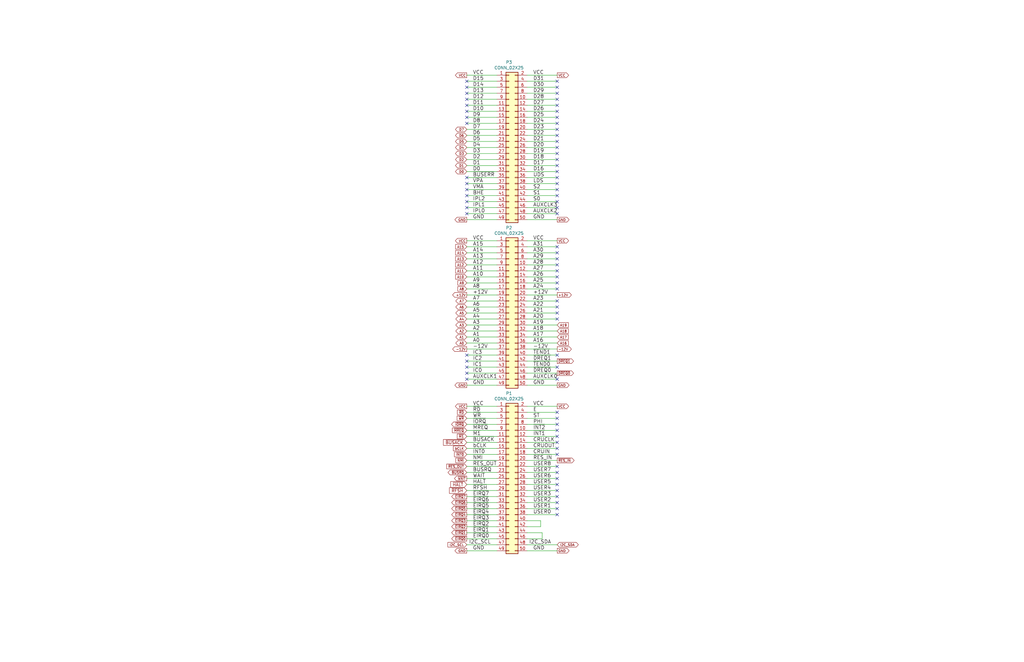
<source format=kicad_sch>
(kicad_sch (version 20211123) (generator eeschema)

  (uuid 4ad18172-4a6b-4b2c-b4ba-cae1aefed81c)

  (paper "B")

  (title_block
    (title "Duodyne 80C188 CPU board")
    (date "2024-07-05")
    (rev "V0.5")
    (comment 1 "Based on a design by John R Coffman. ")
    (comment 2 " RetroBrew Computer Group")
  )

  (lib_symbols
    (symbol "Connector_Generic:Conn_02x25_Odd_Even" (pin_names (offset 1.016) hide) (in_bom yes) (on_board yes)
      (property "Reference" "J" (id 0) (at 1.27 33.02 0)
        (effects (font (size 1.27 1.27)))
      )
      (property "Value" "Conn_02x25_Odd_Even" (id 1) (at 1.27 -33.02 0)
        (effects (font (size 1.27 1.27)))
      )
      (property "Footprint" "" (id 2) (at 0 0 0)
        (effects (font (size 1.27 1.27)) hide)
      )
      (property "Datasheet" "~" (id 3) (at 0 0 0)
        (effects (font (size 1.27 1.27)) hide)
      )
      (property "ki_keywords" "connector" (id 4) (at 0 0 0)
        (effects (font (size 1.27 1.27)) hide)
      )
      (property "ki_description" "Generic connector, double row, 02x25, odd/even pin numbering scheme (row 1 odd numbers, row 2 even numbers), script generated (kicad-library-utils/schlib/autogen/connector/)" (id 5) (at 0 0 0)
        (effects (font (size 1.27 1.27)) hide)
      )
      (property "ki_fp_filters" "Connector*:*_2x??_*" (id 6) (at 0 0 0)
        (effects (font (size 1.27 1.27)) hide)
      )
      (symbol "Conn_02x25_Odd_Even_1_1"
        (rectangle (start -1.27 -30.353) (end 0 -30.607)
          (stroke (width 0.1524) (type default) (color 0 0 0 0))
          (fill (type none))
        )
        (rectangle (start -1.27 -27.813) (end 0 -28.067)
          (stroke (width 0.1524) (type default) (color 0 0 0 0))
          (fill (type none))
        )
        (rectangle (start -1.27 -25.273) (end 0 -25.527)
          (stroke (width 0.1524) (type default) (color 0 0 0 0))
          (fill (type none))
        )
        (rectangle (start -1.27 -22.733) (end 0 -22.987)
          (stroke (width 0.1524) (type default) (color 0 0 0 0))
          (fill (type none))
        )
        (rectangle (start -1.27 -20.193) (end 0 -20.447)
          (stroke (width 0.1524) (type default) (color 0 0 0 0))
          (fill (type none))
        )
        (rectangle (start -1.27 -17.653) (end 0 -17.907)
          (stroke (width 0.1524) (type default) (color 0 0 0 0))
          (fill (type none))
        )
        (rectangle (start -1.27 -15.113) (end 0 -15.367)
          (stroke (width 0.1524) (type default) (color 0 0 0 0))
          (fill (type none))
        )
        (rectangle (start -1.27 -12.573) (end 0 -12.827)
          (stroke (width 0.1524) (type default) (color 0 0 0 0))
          (fill (type none))
        )
        (rectangle (start -1.27 -10.033) (end 0 -10.287)
          (stroke (width 0.1524) (type default) (color 0 0 0 0))
          (fill (type none))
        )
        (rectangle (start -1.27 -7.493) (end 0 -7.747)
          (stroke (width 0.1524) (type default) (color 0 0 0 0))
          (fill (type none))
        )
        (rectangle (start -1.27 -4.953) (end 0 -5.207)
          (stroke (width 0.1524) (type default) (color 0 0 0 0))
          (fill (type none))
        )
        (rectangle (start -1.27 -2.413) (end 0 -2.667)
          (stroke (width 0.1524) (type default) (color 0 0 0 0))
          (fill (type none))
        )
        (rectangle (start -1.27 0.127) (end 0 -0.127)
          (stroke (width 0.1524) (type default) (color 0 0 0 0))
          (fill (type none))
        )
        (rectangle (start -1.27 2.667) (end 0 2.413)
          (stroke (width 0.1524) (type default) (color 0 0 0 0))
          (fill (type none))
        )
        (rectangle (start -1.27 5.207) (end 0 4.953)
          (stroke (width 0.1524) (type default) (color 0 0 0 0))
          (fill (type none))
        )
        (rectangle (start -1.27 7.747) (end 0 7.493)
          (stroke (width 0.1524) (type default) (color 0 0 0 0))
          (fill (type none))
        )
        (rectangle (start -1.27 10.287) (end 0 10.033)
          (stroke (width 0.1524) (type default) (color 0 0 0 0))
          (fill (type none))
        )
        (rectangle (start -1.27 12.827) (end 0 12.573)
          (stroke (width 0.1524) (type default) (color 0 0 0 0))
          (fill (type none))
        )
        (rectangle (start -1.27 15.367) (end 0 15.113)
          (stroke (width 0.1524) (type default) (color 0 0 0 0))
          (fill (type none))
        )
        (rectangle (start -1.27 17.907) (end 0 17.653)
          (stroke (width 0.1524) (type default) (color 0 0 0 0))
          (fill (type none))
        )
        (rectangle (start -1.27 20.447) (end 0 20.193)
          (stroke (width 0.1524) (type default) (color 0 0 0 0))
          (fill (type none))
        )
        (rectangle (start -1.27 22.987) (end 0 22.733)
          (stroke (width 0.1524) (type default) (color 0 0 0 0))
          (fill (type none))
        )
        (rectangle (start -1.27 25.527) (end 0 25.273)
          (stroke (width 0.1524) (type default) (color 0 0 0 0))
          (fill (type none))
        )
        (rectangle (start -1.27 28.067) (end 0 27.813)
          (stroke (width 0.1524) (type default) (color 0 0 0 0))
          (fill (type none))
        )
        (rectangle (start -1.27 30.607) (end 0 30.353)
          (stroke (width 0.1524) (type default) (color 0 0 0 0))
          (fill (type none))
        )
        (rectangle (start -1.27 31.75) (end 3.81 -31.75)
          (stroke (width 0.254) (type default) (color 0 0 0 0))
          (fill (type background))
        )
        (rectangle (start 3.81 -30.353) (end 2.54 -30.607)
          (stroke (width 0.1524) (type default) (color 0 0 0 0))
          (fill (type none))
        )
        (rectangle (start 3.81 -27.813) (end 2.54 -28.067)
          (stroke (width 0.1524) (type default) (color 0 0 0 0))
          (fill (type none))
        )
        (rectangle (start 3.81 -25.273) (end 2.54 -25.527)
          (stroke (width 0.1524) (type default) (color 0 0 0 0))
          (fill (type none))
        )
        (rectangle (start 3.81 -22.733) (end 2.54 -22.987)
          (stroke (width 0.1524) (type default) (color 0 0 0 0))
          (fill (type none))
        )
        (rectangle (start 3.81 -20.193) (end 2.54 -20.447)
          (stroke (width 0.1524) (type default) (color 0 0 0 0))
          (fill (type none))
        )
        (rectangle (start 3.81 -17.653) (end 2.54 -17.907)
          (stroke (width 0.1524) (type default) (color 0 0 0 0))
          (fill (type none))
        )
        (rectangle (start 3.81 -15.113) (end 2.54 -15.367)
          (stroke (width 0.1524) (type default) (color 0 0 0 0))
          (fill (type none))
        )
        (rectangle (start 3.81 -12.573) (end 2.54 -12.827)
          (stroke (width 0.1524) (type default) (color 0 0 0 0))
          (fill (type none))
        )
        (rectangle (start 3.81 -10.033) (end 2.54 -10.287)
          (stroke (width 0.1524) (type default) (color 0 0 0 0))
          (fill (type none))
        )
        (rectangle (start 3.81 -7.493) (end 2.54 -7.747)
          (stroke (width 0.1524) (type default) (color 0 0 0 0))
          (fill (type none))
        )
        (rectangle (start 3.81 -4.953) (end 2.54 -5.207)
          (stroke (width 0.1524) (type default) (color 0 0 0 0))
          (fill (type none))
        )
        (rectangle (start 3.81 -2.413) (end 2.54 -2.667)
          (stroke (width 0.1524) (type default) (color 0 0 0 0))
          (fill (type none))
        )
        (rectangle (start 3.81 0.127) (end 2.54 -0.127)
          (stroke (width 0.1524) (type default) (color 0 0 0 0))
          (fill (type none))
        )
        (rectangle (start 3.81 2.667) (end 2.54 2.413)
          (stroke (width 0.1524) (type default) (color 0 0 0 0))
          (fill (type none))
        )
        (rectangle (start 3.81 5.207) (end 2.54 4.953)
          (stroke (width 0.1524) (type default) (color 0 0 0 0))
          (fill (type none))
        )
        (rectangle (start 3.81 7.747) (end 2.54 7.493)
          (stroke (width 0.1524) (type default) (color 0 0 0 0))
          (fill (type none))
        )
        (rectangle (start 3.81 10.287) (end 2.54 10.033)
          (stroke (width 0.1524) (type default) (color 0 0 0 0))
          (fill (type none))
        )
        (rectangle (start 3.81 12.827) (end 2.54 12.573)
          (stroke (width 0.1524) (type default) (color 0 0 0 0))
          (fill (type none))
        )
        (rectangle (start 3.81 15.367) (end 2.54 15.113)
          (stroke (width 0.1524) (type default) (color 0 0 0 0))
          (fill (type none))
        )
        (rectangle (start 3.81 17.907) (end 2.54 17.653)
          (stroke (width 0.1524) (type default) (color 0 0 0 0))
          (fill (type none))
        )
        (rectangle (start 3.81 20.447) (end 2.54 20.193)
          (stroke (width 0.1524) (type default) (color 0 0 0 0))
          (fill (type none))
        )
        (rectangle (start 3.81 22.987) (end 2.54 22.733)
          (stroke (width 0.1524) (type default) (color 0 0 0 0))
          (fill (type none))
        )
        (rectangle (start 3.81 25.527) (end 2.54 25.273)
          (stroke (width 0.1524) (type default) (color 0 0 0 0))
          (fill (type none))
        )
        (rectangle (start 3.81 28.067) (end 2.54 27.813)
          (stroke (width 0.1524) (type default) (color 0 0 0 0))
          (fill (type none))
        )
        (rectangle (start 3.81 30.607) (end 2.54 30.353)
          (stroke (width 0.1524) (type default) (color 0 0 0 0))
          (fill (type none))
        )
        (pin passive line (at -5.08 30.48 0) (length 3.81)
          (name "Pin_1" (effects (font (size 1.27 1.27))))
          (number "1" (effects (font (size 1.27 1.27))))
        )
        (pin passive line (at 7.62 20.32 180) (length 3.81)
          (name "Pin_10" (effects (font (size 1.27 1.27))))
          (number "10" (effects (font (size 1.27 1.27))))
        )
        (pin passive line (at -5.08 17.78 0) (length 3.81)
          (name "Pin_11" (effects (font (size 1.27 1.27))))
          (number "11" (effects (font (size 1.27 1.27))))
        )
        (pin passive line (at 7.62 17.78 180) (length 3.81)
          (name "Pin_12" (effects (font (size 1.27 1.27))))
          (number "12" (effects (font (size 1.27 1.27))))
        )
        (pin passive line (at -5.08 15.24 0) (length 3.81)
          (name "Pin_13" (effects (font (size 1.27 1.27))))
          (number "13" (effects (font (size 1.27 1.27))))
        )
        (pin passive line (at 7.62 15.24 180) (length 3.81)
          (name "Pin_14" (effects (font (size 1.27 1.27))))
          (number "14" (effects (font (size 1.27 1.27))))
        )
        (pin passive line (at -5.08 12.7 0) (length 3.81)
          (name "Pin_15" (effects (font (size 1.27 1.27))))
          (number "15" (effects (font (size 1.27 1.27))))
        )
        (pin passive line (at 7.62 12.7 180) (length 3.81)
          (name "Pin_16" (effects (font (size 1.27 1.27))))
          (number "16" (effects (font (size 1.27 1.27))))
        )
        (pin passive line (at -5.08 10.16 0) (length 3.81)
          (name "Pin_17" (effects (font (size 1.27 1.27))))
          (number "17" (effects (font (size 1.27 1.27))))
        )
        (pin passive line (at 7.62 10.16 180) (length 3.81)
          (name "Pin_18" (effects (font (size 1.27 1.27))))
          (number "18" (effects (font (size 1.27 1.27))))
        )
        (pin passive line (at -5.08 7.62 0) (length 3.81)
          (name "Pin_19" (effects (font (size 1.27 1.27))))
          (number "19" (effects (font (size 1.27 1.27))))
        )
        (pin passive line (at 7.62 30.48 180) (length 3.81)
          (name "Pin_2" (effects (font (size 1.27 1.27))))
          (number "2" (effects (font (size 1.27 1.27))))
        )
        (pin passive line (at 7.62 7.62 180) (length 3.81)
          (name "Pin_20" (effects (font (size 1.27 1.27))))
          (number "20" (effects (font (size 1.27 1.27))))
        )
        (pin passive line (at -5.08 5.08 0) (length 3.81)
          (name "Pin_21" (effects (font (size 1.27 1.27))))
          (number "21" (effects (font (size 1.27 1.27))))
        )
        (pin passive line (at 7.62 5.08 180) (length 3.81)
          (name "Pin_22" (effects (font (size 1.27 1.27))))
          (number "22" (effects (font (size 1.27 1.27))))
        )
        (pin passive line (at -5.08 2.54 0) (length 3.81)
          (name "Pin_23" (effects (font (size 1.27 1.27))))
          (number "23" (effects (font (size 1.27 1.27))))
        )
        (pin passive line (at 7.62 2.54 180) (length 3.81)
          (name "Pin_24" (effects (font (size 1.27 1.27))))
          (number "24" (effects (font (size 1.27 1.27))))
        )
        (pin passive line (at -5.08 0 0) (length 3.81)
          (name "Pin_25" (effects (font (size 1.27 1.27))))
          (number "25" (effects (font (size 1.27 1.27))))
        )
        (pin passive line (at 7.62 0 180) (length 3.81)
          (name "Pin_26" (effects (font (size 1.27 1.27))))
          (number "26" (effects (font (size 1.27 1.27))))
        )
        (pin passive line (at -5.08 -2.54 0) (length 3.81)
          (name "Pin_27" (effects (font (size 1.27 1.27))))
          (number "27" (effects (font (size 1.27 1.27))))
        )
        (pin passive line (at 7.62 -2.54 180) (length 3.81)
          (name "Pin_28" (effects (font (size 1.27 1.27))))
          (number "28" (effects (font (size 1.27 1.27))))
        )
        (pin passive line (at -5.08 -5.08 0) (length 3.81)
          (name "Pin_29" (effects (font (size 1.27 1.27))))
          (number "29" (effects (font (size 1.27 1.27))))
        )
        (pin passive line (at -5.08 27.94 0) (length 3.81)
          (name "Pin_3" (effects (font (size 1.27 1.27))))
          (number "3" (effects (font (size 1.27 1.27))))
        )
        (pin passive line (at 7.62 -5.08 180) (length 3.81)
          (name "Pin_30" (effects (font (size 1.27 1.27))))
          (number "30" (effects (font (size 1.27 1.27))))
        )
        (pin passive line (at -5.08 -7.62 0) (length 3.81)
          (name "Pin_31" (effects (font (size 1.27 1.27))))
          (number "31" (effects (font (size 1.27 1.27))))
        )
        (pin passive line (at 7.62 -7.62 180) (length 3.81)
          (name "Pin_32" (effects (font (size 1.27 1.27))))
          (number "32" (effects (font (size 1.27 1.27))))
        )
        (pin passive line (at -5.08 -10.16 0) (length 3.81)
          (name "Pin_33" (effects (font (size 1.27 1.27))))
          (number "33" (effects (font (size 1.27 1.27))))
        )
        (pin passive line (at 7.62 -10.16 180) (length 3.81)
          (name "Pin_34" (effects (font (size 1.27 1.27))))
          (number "34" (effects (font (size 1.27 1.27))))
        )
        (pin passive line (at -5.08 -12.7 0) (length 3.81)
          (name "Pin_35" (effects (font (size 1.27 1.27))))
          (number "35" (effects (font (size 1.27 1.27))))
        )
        (pin passive line (at 7.62 -12.7 180) (length 3.81)
          (name "Pin_36" (effects (font (size 1.27 1.27))))
          (number "36" (effects (font (size 1.27 1.27))))
        )
        (pin passive line (at -5.08 -15.24 0) (length 3.81)
          (name "Pin_37" (effects (font (size 1.27 1.27))))
          (number "37" (effects (font (size 1.27 1.27))))
        )
        (pin passive line (at 7.62 -15.24 180) (length 3.81)
          (name "Pin_38" (effects (font (size 1.27 1.27))))
          (number "38" (effects (font (size 1.27 1.27))))
        )
        (pin passive line (at -5.08 -17.78 0) (length 3.81)
          (name "Pin_39" (effects (font (size 1.27 1.27))))
          (number "39" (effects (font (size 1.27 1.27))))
        )
        (pin passive line (at 7.62 27.94 180) (length 3.81)
          (name "Pin_4" (effects (font (size 1.27 1.27))))
          (number "4" (effects (font (size 1.27 1.27))))
        )
        (pin passive line (at 7.62 -17.78 180) (length 3.81)
          (name "Pin_40" (effects (font (size 1.27 1.27))))
          (number "40" (effects (font (size 1.27 1.27))))
        )
        (pin passive line (at -5.08 -20.32 0) (length 3.81)
          (name "Pin_41" (effects (font (size 1.27 1.27))))
          (number "41" (effects (font (size 1.27 1.27))))
        )
        (pin passive line (at 7.62 -20.32 180) (length 3.81)
          (name "Pin_42" (effects (font (size 1.27 1.27))))
          (number "42" (effects (font (size 1.27 1.27))))
        )
        (pin passive line (at -5.08 -22.86 0) (length 3.81)
          (name "Pin_43" (effects (font (size 1.27 1.27))))
          (number "43" (effects (font (size 1.27 1.27))))
        )
        (pin passive line (at 7.62 -22.86 180) (length 3.81)
          (name "Pin_44" (effects (font (size 1.27 1.27))))
          (number "44" (effects (font (size 1.27 1.27))))
        )
        (pin passive line (at -5.08 -25.4 0) (length 3.81)
          (name "Pin_45" (effects (font (size 1.27 1.27))))
          (number "45" (effects (font (size 1.27 1.27))))
        )
        (pin passive line (at 7.62 -25.4 180) (length 3.81)
          (name "Pin_46" (effects (font (size 1.27 1.27))))
          (number "46" (effects (font (size 1.27 1.27))))
        )
        (pin passive line (at -5.08 -27.94 0) (length 3.81)
          (name "Pin_47" (effects (font (size 1.27 1.27))))
          (number "47" (effects (font (size 1.27 1.27))))
        )
        (pin passive line (at 7.62 -27.94 180) (length 3.81)
          (name "Pin_48" (effects (font (size 1.27 1.27))))
          (number "48" (effects (font (size 1.27 1.27))))
        )
        (pin passive line (at -5.08 -30.48 0) (length 3.81)
          (name "Pin_49" (effects (font (size 1.27 1.27))))
          (number "49" (effects (font (size 1.27 1.27))))
        )
        (pin passive line (at -5.08 25.4 0) (length 3.81)
          (name "Pin_5" (effects (font (size 1.27 1.27))))
          (number "5" (effects (font (size 1.27 1.27))))
        )
        (pin passive line (at 7.62 -30.48 180) (length 3.81)
          (name "Pin_50" (effects (font (size 1.27 1.27))))
          (number "50" (effects (font (size 1.27 1.27))))
        )
        (pin passive line (at 7.62 25.4 180) (length 3.81)
          (name "Pin_6" (effects (font (size 1.27 1.27))))
          (number "6" (effects (font (size 1.27 1.27))))
        )
        (pin passive line (at -5.08 22.86 0) (length 3.81)
          (name "Pin_7" (effects (font (size 1.27 1.27))))
          (number "7" (effects (font (size 1.27 1.27))))
        )
        (pin passive line (at 7.62 22.86 180) (length 3.81)
          (name "Pin_8" (effects (font (size 1.27 1.27))))
          (number "8" (effects (font (size 1.27 1.27))))
        )
        (pin passive line (at -5.08 20.32 0) (length 3.81)
          (name "Pin_9" (effects (font (size 1.27 1.27))))
          (number "9" (effects (font (size 1.27 1.27))))
        )
      )
    )
  )


  (no_connect (at 234.95 34.29) (uuid 058969fd-78a3-4233-b47b-1da5d6f2d070))
  (no_connect (at 196.85 157.48) (uuid 07c2a645-a798-41db-8926-3f3444f14e05))
  (no_connect (at 234.95 217.17) (uuid 0c3a598a-2ffd-4c4e-85fe-0138cc30c094))
  (no_connect (at 234.95 212.09) (uuid 10992f37-698d-41fc-8830-e768e44e43b9))
  (no_connect (at 234.95 116.84) (uuid 1197d0c6-071c-4c52-9753-fe6c00e01cf2))
  (no_connect (at 234.95 132.08) (uuid 152d538a-face-48d4-8ea2-b6eac4fe14bd))
  (no_connect (at 196.85 41.91) (uuid 154e3dd9-a480-438a-8fc1-2f9876e7351d))
  (no_connect (at 196.85 85.09) (uuid 1b05d6ce-8d6b-463a-ae45-0b2ef9c5353b))
  (no_connect (at 234.95 199.39) (uuid 1c2e7d16-6239-403f-9001-7d481254ecbf))
  (no_connect (at 234.95 184.15) (uuid 1e5eb35c-6dac-4b5e-8aa4-ea50aa7c9e87))
  (no_connect (at 234.95 41.91) (uuid 20151a36-6bbb-4769-9ffd-b60cfed7489f))
  (no_connect (at 196.85 149.86) (uuid 241875f9-6e2d-4b32-a6ab-840c71c6472a))
  (no_connect (at 234.95 90.17) (uuid 251bfc8e-ebea-4e00-945d-723f85811d85))
  (no_connect (at 234.95 64.77) (uuid 261b3621-8dab-46b1-b290-04ac3ace5f22))
  (no_connect (at 234.95 85.09) (uuid 28cbdf6f-67a6-4e61-940e-0a5eb0664898))
  (no_connect (at 234.95 149.86) (uuid 2bd1788a-cfe2-4d17-b6df-a56d93d3745e))
  (no_connect (at 196.85 36.83) (uuid 2ce7c871-a025-42f0-a9c0-3f3f12d6ea84))
  (no_connect (at 234.95 36.83) (uuid 3357bf0a-7d12-48d3-8c96-ffdd80b3afe4))
  (no_connect (at 196.85 52.07) (uuid 34265a5e-a160-4caa-a5ac-c69b264deb14))
  (no_connect (at 234.95 69.85) (uuid 350c3d8f-3ef3-4021-953f-707f329af542))
  (no_connect (at 234.95 154.94) (uuid 370d0917-07b1-4a99-af27-de3b1cada011))
  (no_connect (at 234.95 77.47) (uuid 3a89ae60-3f34-42e6-82e6-87eed8445bfb))
  (no_connect (at 234.95 196.85) (uuid 3ba7135b-42a8-4cc3-afb5-1457aeb7447e))
  (no_connect (at 196.85 152.4) (uuid 3ef909ec-10d8-4f2e-b814-39c24c77d748))
  (no_connect (at 234.95 181.61) (uuid 41f2aade-923d-445a-b0a9-aeeb2e8d4b20))
  (no_connect (at 234.95 39.37) (uuid 4af16dab-a20d-492f-b984-d0ef7db2111f))
  (no_connect (at 234.95 204.47) (uuid 4b5dc6b0-421f-4993-a031-a2c8f979b013))
  (no_connect (at 234.95 214.63) (uuid 4c3b8d3d-851e-4f04-a10f-f8c7726ed25f))
  (no_connect (at 234.95 106.68) (uuid 4f07c253-ac36-4cc8-82ff-a81aec64d778))
  (no_connect (at 234.95 186.69) (uuid 4fea853b-162a-4ed3-a356-6b8d54307e59))
  (no_connect (at 196.85 34.29) (uuid 5937d7f0-0c47-4ed0-9064-434974a9947c))
  (no_connect (at 196.85 49.53) (uuid 5989a81b-9f7c-4c55-9b2d-cbb07b9388ce))
  (no_connect (at 234.95 201.93) (uuid 5db7ef13-d513-4f02-aae8-1626ba59097b))
  (no_connect (at 234.95 104.14) (uuid 60cf3256-2b4b-48fe-bb00-613ace6bcd2d))
  (no_connect (at 234.95 173.99) (uuid 6433fa88-f4a4-46c0-bcbc-f7b34b99fb01))
  (no_connect (at 234.95 191.77) (uuid 66df14de-ae8d-42b0-a56b-fd9679e82fc7))
  (no_connect (at 234.95 189.23) (uuid 67ce1656-bca6-401b-9c77-6c2bb5fd5275))
  (no_connect (at 234.95 59.69) (uuid 690e20ab-edd9-4ba0-a4bf-b38be5d67b42))
  (no_connect (at 234.95 80.01) (uuid 70ffb159-47bf-4901-a685-63b72c6889cc))
  (no_connect (at 234.95 74.93) (uuid 71b52b14-a770-4a34-a614-cb576077a499))
  (no_connect (at 234.95 127) (uuid 76fc6c52-2268-447c-8905-3cab0d394378))
  (no_connect (at 234.95 209.55) (uuid 79d8dc3c-ce4d-4c3f-805e-16965709a2c0))
  (no_connect (at 234.95 134.62) (uuid 7ea18fd4-1fb1-43f2-9bd5-2052218c9d79))
  (no_connect (at 234.95 52.07) (uuid 8357590e-19d8-4254-860f-578f2cb3fd24))
  (no_connect (at 196.85 77.47) (uuid 8d03f8b4-3ec1-4e76-8572-a73deea13ba1))
  (no_connect (at 234.95 62.23) (uuid 90f67c2f-74cb-44d4-b959-4845d22d8b0a))
  (no_connect (at 196.85 82.55) (uuid 916fb3b8-25d5-4098-a3fc-27f3a0c7e92b))
  (no_connect (at 234.95 109.22) (uuid 91fbca0a-9856-46b2-85e3-537f00eae2d2))
  (no_connect (at 234.95 121.92) (uuid 93975b8f-b648-4f27-a3df-e5db856c71f6))
  (no_connect (at 196.85 90.17) (uuid 958b95b7-587b-4764-9b99-e4e95d1c7a3f))
  (no_connect (at 234.95 44.45) (uuid 98f83a09-56ac-4616-a95c-45d8568e571c))
  (no_connect (at 234.95 111.76) (uuid 9d32d798-e23f-44f1-b6bc-5ccf9fe58bdf))
  (no_connect (at 234.95 54.61) (uuid a6d76eab-6acb-41fd-8a5d-6de771d5c836))
  (no_connect (at 234.95 46.99) (uuid a84b8a97-96ce-4aa8-91fa-1a863c9a998a))
  (no_connect (at 234.95 49.53) (uuid aabb4104-d0bb-43ec-9663-1fb94effb5e5))
  (no_connect (at 234.95 72.39) (uuid b96ebb72-05f8-4377-b3df-eeb929275e18))
  (no_connect (at 234.95 207.01) (uuid ba9dfc33-d48e-4145-ac98-0fea8f5ce5ad))
  (no_connect (at 234.95 176.53) (uuid bc71f537-36fe-46b3-a522-05537469122c))
  (no_connect (at 196.85 154.94) (uuid c08bf363-fbf8-4063-bb40-ce04445d4f50))
  (no_connect (at 234.95 87.63) (uuid c568bf00-8f85-491f-827e-a71e4fb959d9))
  (no_connect (at 196.85 74.93) (uuid ccb2409b-d3da-43f8-9ffd-8146aff08b32))
  (no_connect (at 234.95 179.07) (uuid ceeb9d4a-886a-4c02-a10c-cdd5db7f9b44))
  (no_connect (at 234.95 119.38) (uuid d05fe3d2-b45c-4ddd-bbd1-b1f0ddfb7bbb))
  (no_connect (at 234.95 67.31) (uuid d477e638-5afa-431d-bf34-6143ba5e9a5c))
  (no_connect (at 234.95 114.3) (uuid d8fa4bb0-2841-40f6-a67b-0f52c428713c))
  (no_connect (at 196.85 87.63) (uuid df5ac77e-0bd9-4565-beed-6e479f696b1a))
  (no_connect (at 196.85 46.99) (uuid e4349b70-e785-41db-af53-59f85d867458))
  (no_connect (at 234.95 82.55) (uuid e65b6351-ae9c-4c58-b2a3-fdf5d714e311))
  (no_connect (at 196.85 39.37) (uuid eb9605b0-eb70-49f3-9a60-c04fbb8eceb5))
  (no_connect (at 234.95 129.54) (uuid f074fa15-c91f-409e-baa9-94abe16406ab))
  (no_connect (at 196.85 160.02) (uuid f57f0f49-80e7-4c86-9d78-b72c3cb2c743))
  (no_connect (at 234.95 57.15) (uuid f5dceb0f-9a5f-40e9-8751-469f0d245c06))
  (no_connect (at 196.85 80.01) (uuid f6377170-bd04-4c37-977a-0dfd483d5c45))
  (no_connect (at 234.95 160.02) (uuid fa379a91-66ab-4178-8113-c4b1366e39ea))
  (no_connect (at 196.85 44.45) (uuid ff412e31-7f63-42a9-971f-95670b7ac9a0))

  (wire (pts (xy 222.25 34.29) (xy 234.95 34.29))
    (stroke (width 0) (type default) (color 0 0 0 0))
    (uuid 015e6ae4-4a85-4f7d-a356-781cb7e06b02)
  )
  (wire (pts (xy 222.25 132.08) (xy 234.95 132.08))
    (stroke (width 0) (type default) (color 0 0 0 0))
    (uuid 01ae987f-e09d-4a13-bd92-8c99fe419fb5)
  )
  (wire (pts (xy 222.25 152.4) (xy 234.95 152.4))
    (stroke (width 0) (type default) (color 0 0 0 0))
    (uuid 03d9460c-2e49-41da-b998-0b86f92e053c)
  )
  (wire (pts (xy 196.85 214.63) (xy 209.55 214.63))
    (stroke (width 0) (type default) (color 0 0 0 0))
    (uuid 06087901-0561-4676-bb45-506736d9d2c2)
  )
  (wire (pts (xy 196.85 147.32) (xy 209.55 147.32))
    (stroke (width 0) (type default) (color 0 0 0 0))
    (uuid 062a3b59-80ee-4466-8c5e-ce05fe893949)
  )
  (wire (pts (xy 196.85 39.37) (xy 209.55 39.37))
    (stroke (width 0) (type default) (color 0 0 0 0))
    (uuid 088b26c8-e001-406f-956d-7bdd1e2b39e6)
  )
  (wire (pts (xy 196.85 114.3) (xy 209.55 114.3))
    (stroke (width 0) (type default) (color 0 0 0 0))
    (uuid 095ce988-0631-4eaf-be3e-181bd8c3ab70)
  )
  (wire (pts (xy 234.95 176.53) (xy 222.25 176.53))
    (stroke (width 0) (type default) (color 0 0 0 0))
    (uuid 0acf9111-3b4c-4670-9640-b7ff6f56dc63)
  )
  (wire (pts (xy 196.85 109.22) (xy 209.55 109.22))
    (stroke (width 0) (type default) (color 0 0 0 0))
    (uuid 0afc2acf-9823-4606-8473-ff6a4369ddb2)
  )
  (wire (pts (xy 222.25 44.45) (xy 234.95 44.45))
    (stroke (width 0) (type default) (color 0 0 0 0))
    (uuid 0c884251-b2f0-4206-922d-23e60890c8ff)
  )
  (wire (pts (xy 196.85 104.14) (xy 209.55 104.14))
    (stroke (width 0) (type default) (color 0 0 0 0))
    (uuid 1143724f-5f79-47ef-bced-ea946d3c82b4)
  )
  (wire (pts (xy 196.85 186.69) (xy 209.55 186.69))
    (stroke (width 0) (type default) (color 0 0 0 0))
    (uuid 149d89b9-4b6e-41a2-bbd2-4b901c2826c5)
  )
  (wire (pts (xy 222.25 101.6) (xy 234.95 101.6))
    (stroke (width 0) (type default) (color 0 0 0 0))
    (uuid 14a9207a-796f-47bb-94da-844edd1f8060)
  )
  (wire (pts (xy 196.85 64.77) (xy 209.55 64.77))
    (stroke (width 0) (type default) (color 0 0 0 0))
    (uuid 16ea66ad-6046-40c9-be55-432575d106c7)
  )
  (wire (pts (xy 196.85 224.79) (xy 209.55 224.79))
    (stroke (width 0) (type default) (color 0 0 0 0))
    (uuid 19a1879f-a7fe-4352-9558-c748cdcdc0a0)
  )
  (wire (pts (xy 222.25 212.09) (xy 234.95 212.09))
    (stroke (width 0) (type default) (color 0 0 0 0))
    (uuid 1d6ff72b-20ab-411c-9a9d-27595f841582)
  )
  (wire (pts (xy 222.25 72.39) (xy 234.95 72.39))
    (stroke (width 0) (type default) (color 0 0 0 0))
    (uuid 1da900cf-a19d-417c-9beb-de0733080b97)
  )
  (wire (pts (xy 196.85 121.92) (xy 209.55 121.92))
    (stroke (width 0) (type default) (color 0 0 0 0))
    (uuid 1ee85c3e-3b42-4263-8b10-7c569710b88d)
  )
  (wire (pts (xy 222.25 142.24) (xy 234.95 142.24))
    (stroke (width 0) (type default) (color 0 0 0 0))
    (uuid 1f6496ce-7bec-41f8-b88c-34c9025d9923)
  )
  (wire (pts (xy 222.25 31.75) (xy 234.95 31.75))
    (stroke (width 0) (type default) (color 0 0 0 0))
    (uuid 20d3ef78-257a-4906-99dd-d3a46b3343cf)
  )
  (wire (pts (xy 196.85 191.77) (xy 209.55 191.77))
    (stroke (width 0) (type default) (color 0 0 0 0))
    (uuid 216013b2-5c8b-4ed8-874c-e701f4dc69d6)
  )
  (wire (pts (xy 222.25 207.01) (xy 234.95 207.01))
    (stroke (width 0) (type default) (color 0 0 0 0))
    (uuid 2275ab55-2a17-493a-9e5c-658740db9b0f)
  )
  (wire (pts (xy 209.55 77.47) (xy 196.85 77.47))
    (stroke (width 0) (type default) (color 0 0 0 0))
    (uuid 2288caf2-a19b-491f-9eca-8df574b40125)
  )
  (wire (pts (xy 227.965 219.71) (xy 227.965 222.25))
    (stroke (width 0) (type default) (color 0 0 0 0))
    (uuid 22de3164-d9b5-4ea3-b9b8-3eff806bbb65)
  )
  (wire (pts (xy 222.25 39.37) (xy 234.95 39.37))
    (stroke (width 0) (type default) (color 0 0 0 0))
    (uuid 22de71a6-e918-4c27-b682-605ae6544548)
  )
  (wire (pts (xy 222.25 82.55) (xy 234.95 82.55))
    (stroke (width 0) (type default) (color 0 0 0 0))
    (uuid 257c6f54-7219-4234-94b8-f8bde1fae0f3)
  )
  (wire (pts (xy 222.25 147.32) (xy 234.95 147.32))
    (stroke (width 0) (type default) (color 0 0 0 0))
    (uuid 25f256c4-fc1f-4270-b8af-3f681820d4fe)
  )
  (wire (pts (xy 196.85 184.15) (xy 209.55 184.15))
    (stroke (width 0) (type default) (color 0 0 0 0))
    (uuid 2983c20e-2b6a-4507-9526-e0c2e1dc7a94)
  )
  (wire (pts (xy 196.85 134.62) (xy 209.55 134.62))
    (stroke (width 0) (type default) (color 0 0 0 0))
    (uuid 2ffd5d9f-bf92-4a99-93c4-124518a390f9)
  )
  (wire (pts (xy 196.85 139.7) (xy 209.55 139.7))
    (stroke (width 0) (type default) (color 0 0 0 0))
    (uuid 3025a445-7845-4c92-9ef2-775e14680b3c)
  )
  (wire (pts (xy 222.25 217.17) (xy 234.95 217.17))
    (stroke (width 0) (type default) (color 0 0 0 0))
    (uuid 30a1f3c3-8ffb-4174-8db2-f4494ebfba65)
  )
  (wire (pts (xy 196.85 57.15) (xy 209.55 57.15))
    (stroke (width 0) (type default) (color 0 0 0 0))
    (uuid 30aad04f-91ab-4729-aa19-eecac49f2ca3)
  )
  (wire (pts (xy 222.25 194.31) (xy 234.95 194.31))
    (stroke (width 0) (type default) (color 0 0 0 0))
    (uuid 30fe5710-fc44-448e-8901-4238bca5b0bf)
  )
  (wire (pts (xy 222.25 137.16) (xy 234.95 137.16))
    (stroke (width 0) (type default) (color 0 0 0 0))
    (uuid 356fdd1f-b5ed-443c-bc82-b2c9dc898812)
  )
  (wire (pts (xy 228.6 227.33) (xy 222.25 227.33))
    (stroke (width 0) (type default) (color 0 0 0 0))
    (uuid 37b9fe31-b746-402b-af1b-ea3b9c96db3a)
  )
  (wire (pts (xy 196.85 176.53) (xy 209.55 176.53))
    (stroke (width 0) (type default) (color 0 0 0 0))
    (uuid 3a3a0215-65e9-4d9b-895a-10d3a874ff5b)
  )
  (wire (pts (xy 196.85 67.31) (xy 209.55 67.31))
    (stroke (width 0) (type default) (color 0 0 0 0))
    (uuid 3a63b37f-a0e2-4ba3-9e29-b598b43aa08c)
  )
  (wire (pts (xy 222.25 36.83) (xy 234.95 36.83))
    (stroke (width 0) (type default) (color 0 0 0 0))
    (uuid 3b074c40-757b-4617-8f9d-f2141c679c70)
  )
  (wire (pts (xy 196.85 36.83) (xy 209.55 36.83))
    (stroke (width 0) (type default) (color 0 0 0 0))
    (uuid 3c6ee23d-51a3-4685-95dc-15fe747c6176)
  )
  (wire (pts (xy 222.25 52.07) (xy 234.95 52.07))
    (stroke (width 0) (type default) (color 0 0 0 0))
    (uuid 3d506672-72d5-42bc-aa01-4cd308f794d2)
  )
  (wire (pts (xy 234.95 184.15) (xy 222.25 184.15))
    (stroke (width 0) (type default) (color 0 0 0 0))
    (uuid 3f51dfce-f434-4cb6-b072-58423c5fa239)
  )
  (wire (pts (xy 196.85 171.45) (xy 209.55 171.45))
    (stroke (width 0) (type default) (color 0 0 0 0))
    (uuid 41e5ac7c-8860-4500-ba9a-70e208d7559f)
  )
  (wire (pts (xy 196.85 199.39) (xy 209.55 199.39))
    (stroke (width 0) (type default) (color 0 0 0 0))
    (uuid 43090334-0a0f-4e28-adac-31caf4706c2f)
  )
  (wire (pts (xy 196.85 196.85) (xy 209.55 196.85))
    (stroke (width 0) (type default) (color 0 0 0 0))
    (uuid 435d406d-4be9-41cc-a531-cc9f88567716)
  )
  (wire (pts (xy 222.25 119.38) (xy 234.95 119.38))
    (stroke (width 0) (type default) (color 0 0 0 0))
    (uuid 4a3122f9-21e9-4aec-93d9-6e65679f13ee)
  )
  (wire (pts (xy 196.85 137.16) (xy 209.55 137.16))
    (stroke (width 0) (type default) (color 0 0 0 0))
    (uuid 4a7296dd-bcc7-4b1b-9672-49ae08106fcf)
  )
  (wire (pts (xy 196.85 54.61) (xy 209.55 54.61))
    (stroke (width 0) (type default) (color 0 0 0 0))
    (uuid 4cea438f-e83f-4f69-abfa-5f4b0ff2c311)
  )
  (wire (pts (xy 196.85 116.84) (xy 209.55 116.84))
    (stroke (width 0) (type default) (color 0 0 0 0))
    (uuid 52d96259-6691-4e52-aa13-9088221390d2)
  )
  (wire (pts (xy 222.25 160.02) (xy 234.95 160.02))
    (stroke (width 0) (type default) (color 0 0 0 0))
    (uuid 538c100d-9381-45ab-8bfa-2ead33d43609)
  )
  (wire (pts (xy 209.55 152.4) (xy 196.85 152.4))
    (stroke (width 0) (type default) (color 0 0 0 0))
    (uuid 5720b020-64c3-4251-b6f9-13103bb544ca)
  )
  (wire (pts (xy 222.25 67.31) (xy 234.95 67.31))
    (stroke (width 0) (type default) (color 0 0 0 0))
    (uuid 573d3863-ee0c-44a3-bcc9-4211af4ebd14)
  )
  (wire (pts (xy 234.95 173.99) (xy 222.25 173.99))
    (stroke (width 0) (type default) (color 0 0 0 0))
    (uuid 579c3322-ca77-4e8d-b28b-04e7d548e77a)
  )
  (wire (pts (xy 209.55 229.87) (xy 196.85 229.87))
    (stroke (width 0) (type default) (color 0 0 0 0))
    (uuid 58074ba5-2764-497f-bc47-9df3dfb99e38)
  )
  (wire (pts (xy 222.25 109.22) (xy 234.95 109.22))
    (stroke (width 0) (type default) (color 0 0 0 0))
    (uuid 593740b3-b836-4045-9d87-801a3213bdda)
  )
  (wire (pts (xy 196.85 209.55) (xy 209.55 209.55))
    (stroke (width 0) (type default) (color 0 0 0 0))
    (uuid 5af9e736-7361-462c-82a2-7bddf6be0300)
  )
  (wire (pts (xy 234.95 186.69) (xy 222.25 186.69))
    (stroke (width 0) (type default) (color 0 0 0 0))
    (uuid 5cfb28ca-b179-4fe5-a023-ed0c3f23eba4)
  )
  (wire (pts (xy 222.25 157.48) (xy 234.95 157.48))
    (stroke (width 0) (type default) (color 0 0 0 0))
    (uuid 5df3ed73-3702-455b-97ce-273fcedcb607)
  )
  (wire (pts (xy 222.25 41.91) (xy 234.95 41.91))
    (stroke (width 0) (type default) (color 0 0 0 0))
    (uuid 5f097677-6f11-4d97-ac79-f4fa73870fd2)
  )
  (wire (pts (xy 196.85 62.23) (xy 209.55 62.23))
    (stroke (width 0) (type default) (color 0 0 0 0))
    (uuid 5f57237e-e096-40c5-adcd-f440b47d1f51)
  )
  (wire (pts (xy 196.85 34.29) (xy 209.55 34.29))
    (stroke (width 0) (type default) (color 0 0 0 0))
    (uuid 60bcc42d-9ca1-4a89-88b7-aad9e8e125f8)
  )
  (wire (pts (xy 222.25 59.69) (xy 234.95 59.69))
    (stroke (width 0) (type default) (color 0 0 0 0))
    (uuid 61b1a632-438c-4a3d-8a45-47ed905c62b7)
  )
  (wire (pts (xy 227.965 222.25) (xy 222.25 222.25))
    (stroke (width 0) (type default) (color 0 0 0 0))
    (uuid 624f73c0-4f5b-4a71-b8a9-879a2494c667)
  )
  (wire (pts (xy 228.6 224.79) (xy 222.25 224.79))
    (stroke (width 0) (type default) (color 0 0 0 0))
    (uuid 62530d56-ede7-4197-a804-9a51c9beea39)
  )
  (wire (pts (xy 222.25 129.54) (xy 234.95 129.54))
    (stroke (width 0) (type default) (color 0 0 0 0))
    (uuid 628f4af4-4cba-4548-b142-4cae7071beb1)
  )
  (wire (pts (xy 196.85 101.6) (xy 209.55 101.6))
    (stroke (width 0) (type default) (color 0 0 0 0))
    (uuid 63d431ca-6487-4d89-8282-8bc9d8f907c6)
  )
  (wire (pts (xy 196.85 217.17) (xy 209.55 217.17))
    (stroke (width 0) (type default) (color 0 0 0 0))
    (uuid 669f34ec-f570-4a9c-9f48-1e58f143503f)
  )
  (wire (pts (xy 222.25 127) (xy 234.95 127))
    (stroke (width 0) (type default) (color 0 0 0 0))
    (uuid 6935052e-f04a-49c5-99bc-23f1ec55c1c9)
  )
  (wire (pts (xy 196.85 160.02) (xy 209.55 160.02))
    (stroke (width 0) (type default) (color 0 0 0 0))
    (uuid 6ade0a51-6103-49e8-a33a-7ba880bf06f4)
  )
  (wire (pts (xy 196.85 119.38) (xy 209.55 119.38))
    (stroke (width 0) (type default) (color 0 0 0 0))
    (uuid 6d2f0a5b-7e13-48ce-abe0-e9f669aeaeec)
  )
  (wire (pts (xy 222.25 121.92) (xy 234.95 121.92))
    (stroke (width 0) (type default) (color 0 0 0 0))
    (uuid 6ec9e388-faa2-47a4-878b-78abdd907470)
  )
  (wire (pts (xy 222.25 134.62) (xy 234.95 134.62))
    (stroke (width 0) (type default) (color 0 0 0 0))
    (uuid 713c7998-aa3c-4199-93da-605df28e6cc0)
  )
  (wire (pts (xy 222.25 85.09) (xy 234.95 85.09))
    (stroke (width 0) (type default) (color 0 0 0 0))
    (uuid 72ce35d6-8920-4cd5-bcc1-ce936200e7d9)
  )
  (wire (pts (xy 234.95 181.61) (xy 222.25 181.61))
    (stroke (width 0) (type default) (color 0 0 0 0))
    (uuid 74502f06-a905-4968-8c56-3ffe4018736b)
  )
  (wire (pts (xy 196.85 49.53) (xy 209.55 49.53))
    (stroke (width 0) (type default) (color 0 0 0 0))
    (uuid 747032fa-b8e2-45c4-9e0a-b3158541b948)
  )
  (wire (pts (xy 222.25 90.17) (xy 234.95 90.17))
    (stroke (width 0) (type default) (color 0 0 0 0))
    (uuid 76f6fe73-b91e-4d88-af07-947946b3562d)
  )
  (wire (pts (xy 196.85 204.47) (xy 209.55 204.47))
    (stroke (width 0) (type default) (color 0 0 0 0))
    (uuid 77698867-94d8-4ba1-9252-5d120746c043)
  )
  (wire (pts (xy 222.25 92.71) (xy 234.95 92.71))
    (stroke (width 0) (type default) (color 0 0 0 0))
    (uuid 78841758-66fe-4d98-8f87-fb018910fba9)
  )
  (wire (pts (xy 222.25 49.53) (xy 234.95 49.53))
    (stroke (width 0) (type default) (color 0 0 0 0))
    (uuid 78eb2276-b3f5-4eef-b03e-9155207de580)
  )
  (wire (pts (xy 196.85 207.01) (xy 209.55 207.01))
    (stroke (width 0) (type default) (color 0 0 0 0))
    (uuid 79caf572-e20a-4223-b89e-b25e52724949)
  )
  (wire (pts (xy 196.85 201.93) (xy 209.55 201.93))
    (stroke (width 0) (type default) (color 0 0 0 0))
    (uuid 79f74bbd-ee81-43e9-95d1-9ebc15069bb9)
  )
  (wire (pts (xy 196.85 111.76) (xy 209.55 111.76))
    (stroke (width 0) (type default) (color 0 0 0 0))
    (uuid 7af9325c-1ec0-473e-9bc9-d8df88f509d1)
  )
  (wire (pts (xy 234.95 229.87) (xy 222.25 229.87))
    (stroke (width 0) (type default) (color 0 0 0 0))
    (uuid 7c68025f-5fd9-4df2-99bb-793df69d1de5)
  )
  (wire (pts (xy 196.85 227.33) (xy 209.55 227.33))
    (stroke (width 0) (type default) (color 0 0 0 0))
    (uuid 7d6221bf-0a34-4bc4-856a-3cce7a56f26d)
  )
  (wire (pts (xy 222.25 74.93) (xy 234.95 74.93))
    (stroke (width 0) (type default) (color 0 0 0 0))
    (uuid 83a4188e-1197-49a7-9aa6-7618a4692392)
  )
  (wire (pts (xy 222.25 201.93) (xy 234.95 201.93))
    (stroke (width 0) (type default) (color 0 0 0 0))
    (uuid 87a2a8e1-4096-437a-b84b-1acc4ca3de7e)
  )
  (wire (pts (xy 209.55 80.01) (xy 196.85 80.01))
    (stroke (width 0) (type default) (color 0 0 0 0))
    (uuid 8c054099-2e9c-419a-a9b3-2ca18ca54d6f)
  )
  (wire (pts (xy 222.25 189.23) (xy 234.95 189.23))
    (stroke (width 0) (type default) (color 0 0 0 0))
    (uuid 8e3ca111-eeaf-406d-845a-6995a3f83be3)
  )
  (wire (pts (xy 222.25 46.99) (xy 234.95 46.99))
    (stroke (width 0) (type default) (color 0 0 0 0))
    (uuid 9039111d-0f80-4a87-af85-2ecf70bf33b0)
  )
  (wire (pts (xy 222.25 104.14) (xy 234.95 104.14))
    (stroke (width 0) (type default) (color 0 0 0 0))
    (uuid 91b55152-cc1e-4312-9b78-f7c07368b48c)
  )
  (wire (pts (xy 196.85 222.25) (xy 209.55 222.25))
    (stroke (width 0) (type default) (color 0 0 0 0))
    (uuid 940be0ae-9144-47e8-89cc-24d5473d6ac3)
  )
  (wire (pts (xy 222.25 209.55) (xy 234.95 209.55))
    (stroke (width 0) (type default) (color 0 0 0 0))
    (uuid 94dc98df-78ba-4148-917b-cbd7b0b0ce6e)
  )
  (wire (pts (xy 209.55 74.93) (xy 196.85 74.93))
    (stroke (width 0) (type default) (color 0 0 0 0))
    (uuid 95071ab8-a9bd-4ec4-8357-29fd201a7c22)
  )
  (wire (pts (xy 209.55 90.17) (xy 196.85 90.17))
    (stroke (width 0) (type default) (color 0 0 0 0))
    (uuid 972ab2da-5d2e-4be2-828d-72e43e11d4b0)
  )
  (wire (pts (xy 222.25 204.47) (xy 234.95 204.47))
    (stroke (width 0) (type default) (color 0 0 0 0))
    (uuid 9be38183-161d-4090-bb36-0e7957c166d9)
  )
  (wire (pts (xy 196.85 194.31) (xy 209.55 194.31))
    (stroke (width 0) (type default) (color 0 0 0 0))
    (uuid 9caa18cf-f695-4c1e-a68b-230b759212e6)
  )
  (wire (pts (xy 196.85 144.78) (xy 209.55 144.78))
    (stroke (width 0) (type default) (color 0 0 0 0))
    (uuid 9e26f15c-d804-44b7-889b-45fabc4fc51a)
  )
  (wire (pts (xy 196.85 69.85) (xy 209.55 69.85))
    (stroke (width 0) (type default) (color 0 0 0 0))
    (uuid 9f38d196-7d0c-40d6-b188-ee5afa398adc)
  )
  (wire (pts (xy 222.25 196.85) (xy 234.95 196.85))
    (stroke (width 0) (type default) (color 0 0 0 0))
    (uuid 9faaf744-1deb-49d1-bc48-7b8843ef6ca8)
  )
  (wire (pts (xy 222.25 106.68) (xy 234.95 106.68))
    (stroke (width 0) (type default) (color 0 0 0 0))
    (uuid a217bad3-d44e-4f44-9b36-7be55abcadf2)
  )
  (wire (pts (xy 227.965 219.71) (xy 222.25 219.71))
    (stroke (width 0) (type default) (color 0 0 0 0))
    (uuid a607c88f-f624-4cd9-9a2c-3eeaeffdf955)
  )
  (wire (pts (xy 222.25 214.63) (xy 234.95 214.63))
    (stroke (width 0) (type default) (color 0 0 0 0))
    (uuid a63419a1-20f8-45a9-b454-d6a3c51f3ea7)
  )
  (wire (pts (xy 222.25 199.39) (xy 234.95 199.39))
    (stroke (width 0) (type default) (color 0 0 0 0))
    (uuid a65eaddb-a009-4ab0-bc2c-bdbf9539179d)
  )
  (wire (pts (xy 196.85 162.56) (xy 209.55 162.56))
    (stroke (width 0) (type default) (color 0 0 0 0))
    (uuid a8b6ffc5-f4aa-4829-94d6-eba33a4564fd)
  )
  (wire (pts (xy 196.85 41.91) (xy 209.55 41.91))
    (stroke (width 0) (type default) (color 0 0 0 0))
    (uuid aa2e3645-53a8-46da-8835-c24887df089d)
  )
  (wire (pts (xy 228.6 224.79) (xy 228.6 227.33))
    (stroke (width 0) (type default) (color 0 0 0 0))
    (uuid abdb84fa-5c90-4e5e-9b04-7439e595635f)
  )
  (wire (pts (xy 196.85 232.41) (xy 209.55 232.41))
    (stroke (width 0) (type default) (color 0 0 0 0))
    (uuid ade92532-5b9e-47fb-9865-2a8eb9733a7b)
  )
  (wire (pts (xy 222.25 77.47) (xy 234.95 77.47))
    (stroke (width 0) (type default) (color 0 0 0 0))
    (uuid af9cc173-e701-4601-bafa-c7cfe9d0068f)
  )
  (wire (pts (xy 222.25 80.01) (xy 234.95 80.01))
    (stroke (width 0) (type default) (color 0 0 0 0))
    (uuid b00bb6f9-1c28-4f02-9724-32a3ca2b1c21)
  )
  (wire (pts (xy 196.85 106.68) (xy 209.55 106.68))
    (stroke (width 0) (type default) (color 0 0 0 0))
    (uuid b03c6473-5b48-493d-95e0-539e50fc0ed3)
  )
  (wire (pts (xy 209.55 82.55) (xy 196.85 82.55))
    (stroke (width 0) (type default) (color 0 0 0 0))
    (uuid b30d8147-7a85-40f3-a5e2-ef57c5e00fbe)
  )
  (wire (pts (xy 222.25 191.77) (xy 234.95 191.77))
    (stroke (width 0) (type default) (color 0 0 0 0))
    (uuid b5e4c221-3eca-4157-9442-db4477b1107d)
  )
  (wire (pts (xy 196.85 132.08) (xy 209.55 132.08))
    (stroke (width 0) (type default) (color 0 0 0 0))
    (uuid b5f207fc-dce5-4a60-b290-984cfe637378)
  )
  (wire (pts (xy 196.85 31.75) (xy 209.55 31.75))
    (stroke (width 0) (type default) (color 0 0 0 0))
    (uuid b7654728-a284-4bb0-8a4f-9cddd9b691dc)
  )
  (wire (pts (xy 222.25 54.61) (xy 234.95 54.61))
    (stroke (width 0) (type default) (color 0 0 0 0))
    (uuid b87dc6fa-f4ec-44e2-9af7-6e4e0e352c3e)
  )
  (wire (pts (xy 196.85 44.45) (xy 209.55 44.45))
    (stroke (width 0) (type default) (color 0 0 0 0))
    (uuid b8dd8835-048d-4c22-8811-da8d6d45352f)
  )
  (wire (pts (xy 222.25 144.78) (xy 234.95 144.78))
    (stroke (width 0) (type default) (color 0 0 0 0))
    (uuid bb0c6881-bd0a-43ba-889f-645b4b22f5bd)
  )
  (wire (pts (xy 222.25 124.46) (xy 234.95 124.46))
    (stroke (width 0) (type default) (color 0 0 0 0))
    (uuid bc97bec3-7562-4409-b3c7-071145c5699a)
  )
  (wire (pts (xy 222.25 232.41) (xy 234.95 232.41))
    (stroke (width 0) (type default) (color 0 0 0 0))
    (uuid bd140abc-56c3-42d2-8845-f43f2e41507e)
  )
  (wire (pts (xy 222.25 149.86) (xy 234.95 149.86))
    (stroke (width 0) (type default) (color 0 0 0 0))
    (uuid bf0a4af4-bb67-4458-8ef3-137fec18f598)
  )
  (wire (pts (xy 196.85 52.07) (xy 209.55 52.07))
    (stroke (width 0) (type default) (color 0 0 0 0))
    (uuid bfaf993e-9f74-4b11-840e-0add6faa7a0a)
  )
  (wire (pts (xy 209.55 149.86) (xy 196.85 149.86))
    (stroke (width 0) (type default) (color 0 0 0 0))
    (uuid c34fb5e2-06d9-4a14-a7a2-c3196de9ba4d)
  )
  (wire (pts (xy 196.85 92.71) (xy 209.55 92.71))
    (stroke (width 0) (type default) (color 0 0 0 0))
    (uuid c3949185-557c-4c0c-8d9e-d1bb05554da8)
  )
  (wire (pts (xy 222.25 139.7) (xy 234.95 139.7))
    (stroke (width 0) (type default) (color 0 0 0 0))
    (uuid c515950c-62ef-4f3b-9500-ca47cfe9f631)
  )
  (wire (pts (xy 196.85 127) (xy 209.55 127))
    (stroke (width 0) (type default) (color 0 0 0 0))
    (uuid c5bf0623-4a0a-41d0-92ff-adac0b0bf242)
  )
  (wire (pts (xy 222.25 57.15) (xy 234.95 57.15))
    (stroke (width 0) (type default) (color 0 0 0 0))
    (uuid c6217e4d-ad40-4581-a694-2e192da5b90f)
  )
  (wire (pts (xy 234.95 87.63) (xy 222.25 87.63))
    (stroke (width 0) (type default) (color 0 0 0 0))
    (uuid c7257ee1-e993-43b8-95f9-3df52d419ba8)
  )
  (wire (pts (xy 196.85 189.23) (xy 209.55 189.23))
    (stroke (width 0) (type default) (color 0 0 0 0))
    (uuid c86f74ee-63f5-4c43-9d13-ea87db1c9b75)
  )
  (wire (pts (xy 222.25 154.94) (xy 234.95 154.94))
    (stroke (width 0) (type default) (color 0 0 0 0))
    (uuid c9855540-e394-4dc1-ba0b-abf3a1c85e11)
  )
  (wire (pts (xy 222.25 64.77) (xy 234.95 64.77))
    (stroke (width 0) (type default) (color 0 0 0 0))
    (uuid cc930cb5-1f2a-4104-9cf2-0bde3585bc99)
  )
  (wire (pts (xy 234.95 179.07) (xy 222.25 179.07))
    (stroke (width 0) (type default) (color 0 0 0 0))
    (uuid cdae9cc4-24b4-4a69-b964-3aae8173369a)
  )
  (wire (pts (xy 196.85 46.99) (xy 209.55 46.99))
    (stroke (width 0) (type default) (color 0 0 0 0))
    (uuid ce9990a7-61ed-4be7-b4e3-eab5ebbc0ab2)
  )
  (wire (pts (xy 209.55 157.48) (xy 196.85 157.48))
    (stroke (width 0) (type default) (color 0 0 0 0))
    (uuid d0ddcba3-ca33-4335-a4a7-011b81e37bfa)
  )
  (wire (pts (xy 209.55 154.94) (xy 196.85 154.94))
    (stroke (width 0) (type default) (color 0 0 0 0))
    (uuid d228a33f-6b0f-44af-a38d-50d93305f3c5)
  )
  (wire (pts (xy 196.85 212.09) (xy 209.55 212.09))
    (stroke (width 0) (type default) (color 0 0 0 0))
    (uuid dc13d374-cbde-41a9-a972-92e979e3fd12)
  )
  (wire (pts (xy 196.85 129.54) (xy 209.55 129.54))
    (stroke (width 0) (type default) (color 0 0 0 0))
    (uuid dda393e8-624b-4b60-9b3b-dcc0f3631a2f)
  )
  (wire (pts (xy 222.25 111.76) (xy 234.95 111.76))
    (stroke (width 0) (type default) (color 0 0 0 0))
    (uuid de0142b5-daee-4813-9b67-ea15e846785f)
  )
  (wire (pts (xy 222.25 62.23) (xy 234.95 62.23))
    (stroke (width 0) (type default) (color 0 0 0 0))
    (uuid defface3-016a-4c44-8c2f-f64df93dcadd)
  )
  (wire (pts (xy 209.55 87.63) (xy 196.85 87.63))
    (stroke (width 0) (type default) (color 0 0 0 0))
    (uuid df18df6a-9c0e-4220-bdbc-fd11c7bc3ac7)
  )
  (wire (pts (xy 196.85 179.07) (xy 209.55 179.07))
    (stroke (width 0) (type default) (color 0 0 0 0))
    (uuid df59f677-d85d-46d2-b5d0-88f087b993b8)
  )
  (wire (pts (xy 196.85 142.24) (xy 209.55 142.24))
    (stroke (width 0) (type default) (color 0 0 0 0))
    (uuid e2cba64e-3a1a-4aa2-9aa3-dc71333670ee)
  )
  (wire (pts (xy 196.85 173.99) (xy 209.55 173.99))
    (stroke (width 0) (type default) (color 0 0 0 0))
    (uuid ea96c188-0ab8-45f7-86ce-42ca2e4285fd)
  )
  (wire (pts (xy 209.55 85.09) (xy 196.85 85.09))
    (stroke (width 0) (type default) (color 0 0 0 0))
    (uuid ecfd793a-ae88-44f9-b5e7-03076364901e)
  )
  (wire (pts (xy 196.85 72.39) (xy 209.55 72.39))
    (stroke (width 0) (type default) (color 0 0 0 0))
    (uuid ee4d3507-3eee-4f06-ab07-02358ed71ebd)
  )
  (wire (pts (xy 222.25 114.3) (xy 234.95 114.3))
    (stroke (width 0) (type default) (color 0 0 0 0))
    (uuid efb5d737-58dd-4e87-b2e9-2cd5069eb718)
  )
  (wire (pts (xy 222.25 69.85) (xy 234.95 69.85))
    (stroke (width 0) (type default) (color 0 0 0 0))
    (uuid efbeaa7f-dd1d-4bf3-826c-60c17e62c96c)
  )
  (wire (pts (xy 196.85 219.71) (xy 209.55 219.71))
    (stroke (width 0) (type default) (color 0 0 0 0))
    (uuid f011ff7e-3ab4-4b54-812c-60869f2118aa)
  )
  (wire (pts (xy 196.85 181.61) (xy 209.55 181.61))
    (stroke (width 0) (type default) (color 0 0 0 0))
    (uuid f0323760-bf49-4c94-863c-0765ecaa9dc2)
  )
  (wire (pts (xy 222.25 162.56) (xy 234.95 162.56))
    (stroke (width 0) (type default) (color 0 0 0 0))
    (uuid f5fa943b-5f30-44e3-bb79-a3feecfd3ac2)
  )
  (wire (pts (xy 196.85 59.69) (xy 209.55 59.69))
    (stroke (width 0) (type default) (color 0 0 0 0))
    (uuid f81c0a44-32b2-41c8-81cd-dcd1346b03fb)
  )
  (wire (pts (xy 222.25 116.84) (xy 234.95 116.84))
    (stroke (width 0) (type default) (color 0 0 0 0))
    (uuid f8b85d3f-07c6-4270-98fa-24b32d1139d3)
  )
  (wire (pts (xy 222.25 171.45) (xy 234.95 171.45))
    (stroke (width 0) (type default) (color 0 0 0 0))
    (uuid fb08c45e-4b12-484b-b765-2cc5aeb06cf8)
  )
  (wire (pts (xy 196.85 124.46) (xy 209.55 124.46))
    (stroke (width 0) (type default) (color 0 0 0 0))
    (uuid fd5dbba0-f189-4868-808b-f6475c82934d)
  )

  (label "+12V" (at 224.79 124.46 0)
    (effects (font (size 1.524 1.524)) (justify left bottom))
    (uuid 0b6d0478-63ce-415d-9fad-686071b3fdc4)
  )
  (label "~{IORQ}" (at 199.39 179.07 0)
    (effects (font (size 1.524 1.524)) (justify left bottom))
    (uuid 0cee3847-04f2-48ea-9080-75aaa50bf2ce)
  )
  (label "-12V" (at 224.79 147.32 0)
    (effects (font (size 1.524 1.524)) (justify left bottom))
    (uuid 0d1fe5a1-19c7-4cac-ab59-1ad19442d1e5)
  )
  (label "D27" (at 224.79 44.45 0)
    (effects (font (size 1.524 1.524)) (justify left bottom))
    (uuid 0d4e0d20-5b09-47ed-9855-b73b73c27d71)
  )
  (label "USER5" (at 224.79 204.47 0)
    (effects (font (size 1.524 1.524)) (justify left bottom))
    (uuid 0e82a0d6-ccf8-4d94-8005-06725ef5e105)
  )
  (label "~{EIRQ4}" (at 199.39 217.17 0)
    (effects (font (size 1.524 1.524)) (justify left bottom))
    (uuid 0f5a271a-dbc6-41b8-b092-5624f0e43613)
  )
  (label "D1" (at 199.39 69.85 0)
    (effects (font (size 1.524 1.524)) (justify left bottom))
    (uuid 100cc29b-7d44-4879-b50a-6267948ba42e)
  )
  (label "D5" (at 199.39 59.69 0)
    (effects (font (size 1.524 1.524)) (justify left bottom))
    (uuid 101cda62-3205-4ab0-81c2-1ac94a707adf)
  )
  (label "~{BHE}" (at 199.39 82.55 0)
    (effects (font (size 1.524 1.524)) (justify left bottom))
    (uuid 10ddfc8d-ca51-4ebf-97de-93062db17830)
  )
  (label "A30" (at 224.79 106.68 0)
    (effects (font (size 1.524 1.524)) (justify left bottom))
    (uuid 126abb13-b4bc-4fb7-8810-2ff3bb33e27b)
  )
  (label "GND" (at 199.39 162.56 0)
    (effects (font (size 1.524 1.524)) (justify left bottom))
    (uuid 1287b31d-fd6c-4660-bcf5-ee168ad6ddf9)
  )
  (label "~{INT0}" (at 199.39 191.77 0)
    (effects (font (size 1.524 1.524)) (justify left bottom))
    (uuid 12a6761d-edd0-4561-98f8-5e034d7ece5f)
  )
  (label "VCC" (at 224.79 101.6 0)
    (effects (font (size 1.524 1.524)) (justify left bottom))
    (uuid 135b713c-d2cb-4e82-b506-25835739abfe)
  )
  (label "I2C_SDA" (at 232.41 229.87 180)
    (effects (font (size 1.524 1.524)) (justify right bottom))
    (uuid 1ccfea42-3119-4dc2-b882-28153dd0e9df)
  )
  (label "A6" (at 199.39 129.54 0)
    (effects (font (size 1.524 1.524)) (justify left bottom))
    (uuid 1e091475-6552-47d5-97a6-03d18751903f)
  )
  (label "IC2" (at 199.39 152.4 0)
    (effects (font (size 1.524 1.524)) (justify left bottom))
    (uuid 1f4be086-f049-4115-8e8a-aa9cb0b31036)
  )
  (label "A22" (at 224.79 129.54 0)
    (effects (font (size 1.524 1.524)) (justify left bottom))
    (uuid 1fb69b1c-799e-415b-b199-2c4b76357631)
  )
  (label "A7" (at 199.39 127 0)
    (effects (font (size 1.524 1.524)) (justify left bottom))
    (uuid 254657be-4722-4c44-920c-263e0295f457)
  )
  (label "AUXCLK3" (at 224.79 87.63 0)
    (effects (font (size 1.524 1.524)) (justify left bottom))
    (uuid 256a02a6-4682-4297-ae3d-f59b077a3758)
  )
  (label "VCC" (at 199.39 101.6 0)
    (effects (font (size 1.524 1.524)) (justify left bottom))
    (uuid 25f4a9b7-fd8e-43f2-88ae-45c8a2207197)
  )
  (label "D0" (at 199.39 72.39 0)
    (effects (font (size 1.524 1.524)) (justify left bottom))
    (uuid 2a91fc43-df5c-4adb-b800-b81aeb357032)
  )
  (label "D13" (at 199.39 39.37 0)
    (effects (font (size 1.524 1.524)) (justify left bottom))
    (uuid 2ae1c80c-472e-48ab-900a-1442616177bb)
  )
  (label "AUXCLK1" (at 199.39 160.02 0)
    (effects (font (size 1.524 1.524)) (justify left bottom))
    (uuid 2c1a610e-df0a-44ca-ac57-8c294fe15f9b)
  )
  (label "A19" (at 224.79 137.16 0)
    (effects (font (size 1.524 1.524)) (justify left bottom))
    (uuid 2cf2d6fe-20d0-477d-b1f5-accb91dc8b51)
  )
  (label "IPL1" (at 199.39 87.63 0)
    (effects (font (size 1.524 1.524)) (justify left bottom))
    (uuid 2d768390-837d-4e6e-ada1-a264d87c0eb5)
  )
  (label "D29" (at 224.79 39.37 0)
    (effects (font (size 1.524 1.524)) (justify left bottom))
    (uuid 3244a838-9d72-4afd-a17f-add9cf716fde)
  )
  (label "GND" (at 224.79 92.71 0)
    (effects (font (size 1.524 1.524)) (justify left bottom))
    (uuid 32b2de6e-4b34-4914-bb35-83e3fc19214e)
  )
  (label "UDS" (at 224.79 74.93 0)
    (effects (font (size 1.524 1.524)) (justify left bottom))
    (uuid 37c38b30-ffae-4396-a944-a0ac075c6932)
  )
  (label "A4" (at 199.39 134.62 0)
    (effects (font (size 1.524 1.524)) (justify left bottom))
    (uuid 37d77424-80fd-47c0-b26a-f89ae49c515a)
  )
  (label "A25" (at 224.79 119.38 0)
    (effects (font (size 1.524 1.524)) (justify left bottom))
    (uuid 380dbe33-5b4c-42b7-b325-4db7f4f0810c)
  )
  (label "A1" (at 199.39 142.24 0)
    (effects (font (size 1.524 1.524)) (justify left bottom))
    (uuid 3b19d9f7-c87d-4b10-8629-653a7737a196)
  )
  (label "GND" (at 199.39 92.71 0)
    (effects (font (size 1.524 1.524)) (justify left bottom))
    (uuid 3b1ee2a1-6973-4d30-a00b-5859be5f8c83)
  )
  (label "A5" (at 199.39 132.08 0)
    (effects (font (size 1.524 1.524)) (justify left bottom))
    (uuid 3c0d8a82-b1f5-4deb-a0b1-a2acca047caf)
  )
  (label "~{EIRQ0}" (at 199.39 227.33 0)
    (effects (font (size 1.524 1.524)) (justify left bottom))
    (uuid 3ecadece-b8e9-4cee-8364-b0fb454b78ce)
  )
  (label "IC0" (at 199.39 157.48 0)
    (effects (font (size 1.524 1.524)) (justify left bottom))
    (uuid 404dccd2-2398-4725-9bfc-7189d4380eb7)
  )
  (label "D25" (at 224.79 49.53 0)
    (effects (font (size 1.524 1.524)) (justify left bottom))
    (uuid 44473810-0780-4c17-aa85-5cf132c872c7)
  )
  (label "D31" (at 224.79 34.29 0)
    (effects (font (size 1.524 1.524)) (justify left bottom))
    (uuid 4653dcc7-cbc3-476e-ba5e-8e424d84c0c3)
  )
  (label "USER6" (at 224.79 201.93 0)
    (effects (font (size 1.524 1.524)) (justify left bottom))
    (uuid 475bbf3a-e327-4f2c-8213-37991d4a13bc)
  )
  (label "~{TEND0}" (at 224.79 154.94 0)
    (effects (font (size 1.524 1.524)) (justify left bottom))
    (uuid 4bba6df8-f239-4740-bbe6-416af003c4a9)
  )
  (label "D20" (at 224.79 62.23 0)
    (effects (font (size 1.524 1.524)) (justify left bottom))
    (uuid 4df8e70b-08ed-4eed-b1b9-1f6209639f71)
  )
  (label "D21" (at 224.79 59.69 0)
    (effects (font (size 1.524 1.524)) (justify left bottom))
    (uuid 4e8fb680-cc8c-45f8-8274-c8b684b87a96)
  )
  (label "CRUCLK" (at 224.79 186.69 0)
    (effects (font (size 1.524 1.524)) (justify left bottom))
    (uuid 50a5fb46-e54b-494f-ae94-33c27e04be17)
  )
  (label "VCC" (at 199.39 31.75 0)
    (effects (font (size 1.524 1.524)) (justify left bottom))
    (uuid 52098e82-fe09-438b-b8d5-784714080535)
  )
  (label "D4" (at 199.39 62.23 0)
    (effects (font (size 1.524 1.524)) (justify left bottom))
    (uuid 52a4b241-1f11-451c-b61c-f04c649de182)
  )
  (label "A10" (at 199.39 116.84 0)
    (effects (font (size 1.524 1.524)) (justify left bottom))
    (uuid 53d98772-e85c-4938-991f-8b4b0c3c5b49)
  )
  (label "D19" (at 224.79 64.77 0)
    (effects (font (size 1.524 1.524)) (justify left bottom))
    (uuid 53eb4842-1879-4e05-8445-615f26793d59)
  )
  (label "D14" (at 199.39 36.83 0)
    (effects (font (size 1.524 1.524)) (justify left bottom))
    (uuid 541f7193-2f6f-4622-8c7d-cfb20432c850)
  )
  (label "D7" (at 199.39 54.61 0)
    (effects (font (size 1.524 1.524)) (justify left bottom))
    (uuid 55f18f1f-3fa2-439d-b1b7-f98ecac49f15)
  )
  (label "A21" (at 224.79 132.08 0)
    (effects (font (size 1.524 1.524)) (justify left bottom))
    (uuid 569e18c2-11f3-4c50-b9a8-c2c4e2d35f0f)
  )
  (label "A0" (at 199.39 144.78 0)
    (effects (font (size 1.524 1.524)) (justify left bottom))
    (uuid 5c07dc3e-1dd0-4b87-b230-31ac7199fbdb)
  )
  (label "D9" (at 199.39 49.53 0)
    (effects (font (size 1.524 1.524)) (justify left bottom))
    (uuid 5e924fbe-b0ad-42f6-b69a-991f4f240469)
  )
  (label "IC3" (at 199.39 149.86 0)
    (effects (font (size 1.524 1.524)) (justify left bottom))
    (uuid 60415867-c9e0-4b6c-bc52-3f9180171d10)
  )
  (label "USER3" (at 224.79 209.55 0)
    (effects (font (size 1.524 1.524)) (justify left bottom))
    (uuid 613edd84-6cf3-492b-9aac-8b6457d1f116)
  )
  (label "ST" (at 224.79 176.53 0)
    (effects (font (size 1.524 1.524)) (justify left bottom))
    (uuid 6870edf9-9e10-44c3-b6ad-b26829a4e520)
  )
  (label "~{NMI}" (at 199.39 194.31 0)
    (effects (font (size 1.524 1.524)) (justify left bottom))
    (uuid 69b8a789-9dec-4eb6-a9ef-5004f8c39695)
  )
  (label "USER0" (at 224.79 217.17 0)
    (effects (font (size 1.524 1.524)) (justify left bottom))
    (uuid 6b24c3cc-aef1-4189-811b-f21515ab03ea)
  )
  (label "~{TEND1}" (at 224.79 149.86 0)
    (effects (font (size 1.524 1.524)) (justify left bottom))
    (uuid 6c00e2c4-2c80-421f-94d6-1237175613ca)
  )
  (label "VCC" (at 224.79 31.75 0)
    (effects (font (size 1.524 1.524)) (justify left bottom))
    (uuid 6c6e8ce0-0509-4b44-9e93-b26f3899963a)
  )
  (label "~{EIRQ5}" (at 199.39 214.63 0)
    (effects (font (size 1.524 1.524)) (justify left bottom))
    (uuid 6c803e3b-57e1-4fd4-82ac-e12c8c781e3e)
  )
  (label "~{EIRQ1}" (at 199.39 224.79 0)
    (effects (font (size 1.524 1.524)) (justify left bottom))
    (uuid 6ce0377d-1b4e-4b09-a7dc-b5589a1d7d25)
  )
  (label "D10" (at 199.39 46.99 0)
    (effects (font (size 1.524 1.524)) (justify left bottom))
    (uuid 6d5b285b-fb34-4136-8992-159b21b1309e)
  )
  (label "~{HALT}" (at 199.39 204.47 0)
    (effects (font (size 1.524 1.524)) (justify left bottom))
    (uuid 6d86764a-e42b-41f5-a833-2c1e3eb504ff)
  )
  (label "~{EIRQ6}" (at 199.39 212.09 0)
    (effects (font (size 1.524 1.524)) (justify left bottom))
    (uuid 6d9e2943-8910-45ea-80fd-a77e65bbccb3)
  )
  (label "D8" (at 199.39 52.07 0)
    (effects (font (size 1.524 1.524)) (justify left bottom))
    (uuid 7003b0f4-e323-4bac-a7dc-179087caab0e)
  )
  (label "CRUIN" (at 224.79 191.77 0)
    (effects (font (size 1.524 1.524)) (justify left bottom))
    (uuid 72ba205f-1ddd-4130-bd65-67018fbf856f)
  )
  (label "D26" (at 224.79 46.99 0)
    (effects (font (size 1.524 1.524)) (justify left bottom))
    (uuid 744e2898-4daa-4adf-9d72-79e54df1672b)
  )
  (label "PHI" (at 224.79 179.07 0)
    (effects (font (size 1.524 1.524)) (justify left bottom))
    (uuid 76599999-4612-428d-a889-e2b7472cd1bc)
  )
  (label "IPL2" (at 199.39 85.09 0)
    (effects (font (size 1.524 1.524)) (justify left bottom))
    (uuid 7718d53b-d194-4d2b-8ab7-5e1aa5157416)
  )
  (label "~{DREQ1}" (at 224.79 152.4 0)
    (effects (font (size 1.524 1.524)) (justify left bottom))
    (uuid 78b1ab46-7085-439d-834b-e8b56df304bd)
  )
  (label "A15" (at 199.39 104.14 0)
    (effects (font (size 1.524 1.524)) (justify left bottom))
    (uuid 7befdc9a-64a1-4c71-bc35-a3e03945e193)
  )
  (label "A16" (at 224.79 144.78 0)
    (effects (font (size 1.524 1.524)) (justify left bottom))
    (uuid 7d2f8c58-63e5-4d3d-9fd1-8ea5ba04f777)
  )
  (label "S2" (at 224.79 80.01 0)
    (effects (font (size 1.524 1.524)) (justify left bottom))
    (uuid 8145cd14-4a09-4120-aa9c-3bd0c485953c)
  )
  (label "~{RD}" (at 199.39 173.99 0)
    (effects (font (size 1.524 1.524)) (justify left bottom))
    (uuid 83bfc784-e2d4-4e10-951f-26c67ceb8dde)
  )
  (label "E" (at 224.79 173.99 0)
    (effects (font (size 1.524 1.524)) (justify left bottom))
    (uuid 865007ee-a619-44e8-b4ac-4797d6fbb9f7)
  )
  (label "D28" (at 224.79 41.91 0)
    (effects (font (size 1.524 1.524)) (justify left bottom))
    (uuid 89b2012a-fc26-492d-aeb2-6ff9c1c86df9)
  )
  (label "A12" (at 199.39 111.76 0)
    (effects (font (size 1.524 1.524)) (justify left bottom))
    (uuid 8ae8835d-b05b-494c-9ad5-36bc0ef4d322)
  )
  (label "GND" (at 224.79 232.41 0)
    (effects (font (size 1.524 1.524)) (justify left bottom))
    (uuid 8b7a9af0-e9bf-4e92-8890-f506231ef8f2)
  )
  (label "GND" (at 199.39 232.41 0)
    (effects (font (size 1.524 1.524)) (justify left bottom))
    (uuid 8bd543a5-b501-4e72-b740-6a34f0cb10dc)
  )
  (label "~{EIRQ3}" (at 199.39 219.71 0)
    (effects (font (size 1.524 1.524)) (justify left bottom))
    (uuid 8f511cdb-fdc4-4037-9508-70121fca006b)
  )
  (label "A2" (at 199.39 139.7 0)
    (effects (font (size 1.524 1.524)) (justify left bottom))
    (uuid 8f62d0f8-a1c1-4de8-a877-b3af5733f576)
  )
  (label "D15" (at 199.39 34.29 0)
    (effects (font (size 1.524 1.524)) (justify left bottom))
    (uuid 90af683e-4078-4bc5-aef0-c1a93e22b71b)
  )
  (label "A29" (at 224.79 109.22 0)
    (effects (font (size 1.524 1.524)) (justify left bottom))
    (uuid 9356e08d-29c8-415f-bfdf-d0e3f34056eb)
  )
  (label "S0" (at 224.79 85.09 0)
    (effects (font (size 1.524 1.524)) (justify left bottom))
    (uuid 9ad46fa6-3092-41bf-8792-0fd939977b3a)
  )
  (label "USER8" (at 224.79 196.85 0)
    (effects (font (size 1.524 1.524)) (justify left bottom))
    (uuid 9b3e3d38-bf93-4fea-9927-70fa7d1511d9)
  )
  (label "USER2" (at 224.79 212.09 0)
    (effects (font (size 1.524 1.524)) (justify left bottom))
    (uuid 9e8501c4-6afa-41f0-b315-90f0eaf3a181)
  )
  (label "~{WAIT}" (at 199.39 201.93 0)
    (effects (font (size 1.524 1.524)) (justify left bottom))
    (uuid 9eec47ca-5593-48fe-a59d-8d0fdd427ef0)
  )
  (label "D17" (at 224.79 69.85 0)
    (effects (font (size 1.524 1.524)) (justify left bottom))
    (uuid 9f9b7b2f-b865-4caf-9204-708d7d09a985)
  )
  (label "D3" (at 199.39 64.77 0)
    (effects (font (size 1.524 1.524)) (justify left bottom))
    (uuid a038d3b7-2e31-4fcb-97ef-72b9b5a0b11a)
  )
  (label "A26" (at 224.79 116.84 0)
    (effects (font (size 1.524 1.524)) (justify left bottom))
    (uuid a11cf5b2-b3af-4595-8d06-e666cb2268f3)
  )
  (label "D11" (at 199.39 44.45 0)
    (effects (font (size 1.524 1.524)) (justify left bottom))
    (uuid a23989f1-5e0e-4e80-8bdf-3264b6a4e16c)
  )
  (label "IC1" (at 199.39 154.94 0)
    (effects (font (size 1.524 1.524)) (justify left bottom))
    (uuid a340d536-fb3e-4dc6-9ffa-7012bf718e6f)
  )
  (label "D23" (at 224.79 54.61 0)
    (effects (font (size 1.524 1.524)) (justify left bottom))
    (uuid a598b723-dece-4859-88a8-b6353dbaff3a)
  )
  (label "~{INT1}" (at 224.79 184.15 0)
    (effects (font (size 1.524 1.524)) (justify left bottom))
    (uuid a7deba08-942b-433e-881a-4483727f3482)
  )
  (label "~{BUSACK}" (at 199.39 186.69 0)
    (effects (font (size 1.524 1.524)) (justify left bottom))
    (uuid a80dd7f9-62df-48ee-90b8-25601445c12b)
  )
  (label "~{MREQ}" (at 199.39 181.61 0)
    (effects (font (size 1.524 1.524)) (justify left bottom))
    (uuid aa0b7706-745d-4f2c-8eef-402b04069c57)
  )
  (label "~{RES_IN}" (at 224.79 194.31 0)
    (effects (font (size 1.524 1.524)) (justify left bottom))
    (uuid aa4a5e4e-d3a6-4330-b6af-909d69f26918)
  )
  (label "A27" (at 224.79 114.3 0)
    (effects (font (size 1.524 1.524)) (justify left bottom))
    (uuid abf451e4-bf58-4316-8b5a-e4c815de99b5)
  )
  (label "LDS" (at 224.79 77.47 0)
    (effects (font (size 1.524 1.524)) (justify left bottom))
    (uuid ad2d3717-d040-4515-8818-1922a923585e)
  )
  (label "A8" (at 199.39 121.92 0)
    (effects (font (size 1.524 1.524)) (justify left bottom))
    (uuid ae033fdb-ca42-4a19-a2bd-26b95fb266a8)
  )
  (label "I2C_SCL" (at 207.01 229.87 180)
    (effects (font (size 1.524 1.524)) (justify right bottom))
    (uuid af30ef21-b1d7-41d8-aa57-e059d9b11b1b)
  )
  (label "-12V" (at 199.39 147.32 0)
    (effects (font (size 1.524 1.524)) (justify left bottom))
    (uuid af71e40a-26c1-4d08-9d12-46e4b971c7a7)
  )
  (label "+12V" (at 199.39 124.46 0)
    (effects (font (size 1.524 1.524)) (justify left bottom))
    (uuid af9161c5-22ba-460e-88ff-57fb6f0fbf43)
  )
  (label "USER4" (at 224.79 207.01 0)
    (effects (font (size 1.524 1.524)) (justify left bottom))
    (uuid afe6d25c-2850-4f62-84fd-5dd78872997c)
  )
  (label "A23" (at 224.79 127 0)
    (effects (font (size 1.524 1.524)) (justify left bottom))
    (uuid b08972c9-9a88-4168-bb66-f0bbcd5a56ed)
  )
  (label "AUXCLK0" (at 224.79 160.02 0)
    (effects (font (size 1.524 1.524)) (justify left bottom))
    (uuid b0ed5e85-08b7-43e8-8805-e2adabdebd1a)
  )
  (label "D30" (at 224.79 36.83 0)
    (effects (font (size 1.524 1.524)) (justify left bottom))
    (uuid b49e7514-6871-4e8c-9111-8ca46eb99960)
  )
  (label "D18" (at 224.79 67.31 0)
    (effects (font (size 1.524 1.524)) (justify left bottom))
    (uuid b574ac11-443c-4414-9c55-142930ea3c1e)
  )
  (label "D22" (at 224.79 57.15 0)
    (effects (font (size 1.524 1.524)) (justify left bottom))
    (uuid b5b0ba43-f846-430e-b6f6-afc59fb71643)
  )
  (label "A17" (at 224.79 142.24 0)
    (effects (font (size 1.524 1.524)) (justify left bottom))
    (uuid bbb1861f-6add-4a8e-bf73-55daeff301ba)
  )
  (label "~{INT2}" (at 224.79 181.61 0)
    (effects (font (size 1.524 1.524)) (justify left bottom))
    (uuid bc1d8cf5-4c5e-4b5d-b84f-44804936779c)
  )
  (label "D24" (at 224.79 52.07 0)
    (effects (font (size 1.524 1.524)) (justify left bottom))
    (uuid bc7b83ba-34a6-4395-8a13-dc8216348f7e)
  )
  (label "~{VMA}" (at 199.39 80.01 0)
    (effects (font (size 1.524 1.524)) (justify left bottom))
    (uuid c0937a21-14a3-4810-99a2-ceadf0beae86)
  )
  (label "~{BUSRQ}" (at 199.39 199.39 0)
    (effects (font (size 1.524 1.524)) (justify left bottom))
    (uuid c2214dc8-1236-4f6f-b8c0-0aac6da6ff21)
  )
  (label "~{BUSERR}" (at 199.39 74.93 0)
    (effects (font (size 1.524 1.524)) (justify left bottom))
    (uuid c250a667-5852-4f61-9ba7-1137d3b1a89d)
  )
  (label "A11" (at 199.39 114.3 0)
    (effects (font (size 1.524 1.524)) (justify left bottom))
    (uuid c4de64f0-82ea-4107-bf8d-2f3754a1b650)
  )
  (label "CRUOUT" (at 224.79 189.23 0)
    (effects (font (size 1.524 1.524)) (justify left bottom))
    (uuid c607ea12-8a27-44e9-b65a-6eef1e0e2201)
  )
  (label "A14" (at 199.39 106.68 0)
    (effects (font (size 1.524 1.524)) (justify left bottom))
    (uuid c624fa9e-be09-42ce-88ed-bf2d169235d8)
  )
  (label "~{M1}" (at 199.39 184.15 0)
    (effects (font (size 1.524 1.524)) (justify left bottom))
    (uuid c7b49752-edb0-4da5-a440-a9280d1b63b8)
  )
  (label "D2" (at 199.39 67.31 0)
    (effects (font (size 1.524 1.524)) (justify left bottom))
    (uuid cb026975-5011-4e0e-b5cf-e4d9e2cfaa94)
  )
  (label "AUXCLK2" (at 224.79 90.17 0)
    (effects (font (size 1.524 1.524)) (justify left bottom))
    (uuid cdd3eea2-7d6d-4bc1-884a-b11d921d2d59)
  )
  (label "A13" (at 199.39 109.22 0)
    (effects (font (size 1.524 1.524)) (justify left bottom))
    (uuid d0dc5090-2f69-404e-9d2d-96f30badc3ca)
  )
  (label "IPL0" (at 199.39 90.17 0)
    (effects (font (size 1.524 1.524)) (justify left bottom))
    (uuid d2ab2fcf-b2e2-498a-82e5-adb54c052ad1)
  )
  (label "~{EIRQ7}" (at 199.39 209.55 0)
    (effects (font (size 1.524 1.524)) (justify left bottom))
    (uuid d3f842f7-749a-46ba-abdc-76a9724659ec)
  )
  (label "A31" (at 224.79 104.14 0)
    (effects (font (size 1.524 1.524)) (justify left bottom))
    (uuid d48b0372-54f6-4046-8af1-11781dd93f93)
  )
  (label "USER7" (at 224.79 199.39 0)
    (effects (font (size 1.524 1.524)) (justify left bottom))
    (uuid d51ed597-2a50-42ae-96d6-3faa1d9f360c)
  )
  (label "~{WR}" (at 199.39 176.53 0)
    (effects (font (size 1.524 1.524)) (justify left bottom))
    (uuid d8bd996b-3914-49ef-b34e-91bb7be4a18a)
  )
  (label "~{RFSH}" (at 199.39 207.01 0)
    (effects (font (size 1.524 1.524)) (justify left bottom))
    (uuid d93909c7-0b3a-439e-a41e-316a1003c9fb)
  )
  (label "~{RES_OUT}" (at 199.39 196.85 0)
    (effects (font (size 1.524 1.524)) (justify left bottom))
    (uuid d98aee08-386c-4870-90ad-6a6f36516832)
  )
  (label "A18" (at 224.79 139.7 0)
    (effects (font (size 1.524 1.524)) (justify left bottom))
    (uuid dd48a365-2152-424f-b5e1-678919a95de7)
  )
  (label "~{DREQ0}" (at 224.79 157.48 0)
    (effects (font (size 1.524 1.524)) (justify left bottom))
    (uuid de71f477-e2bd-4671-8412-544c7c3d952e)
  )
  (label "S1" (at 224.79 82.55 0)
    (effects (font (size 1.524 1.524)) (justify left bottom))
    (uuid e460b6be-6835-4928-8afa-faeda4159525)
  )
  (label "A3" (at 199.39 137.16 0)
    (effects (font (size 1.524 1.524)) (justify left bottom))
    (uuid e4dcc012-1755-4c11-9417-2d90eef49ad7)
  )
  (label "~{VPA}" (at 199.39 77.47 0)
    (effects (font (size 1.524 1.524)) (justify left bottom))
    (uuid e4eb40e4-14c6-4fe9-ae34-678b16edde41)
  )
  (label "VCC" (at 199.39 171.45 0)
    (effects (font (size 1.524 1.524)) (justify left bottom))
    (uuid e8570dd2-77b3-4ac6-9b25-fe5cc52396dd)
  )
  (label "GND" (at 224.79 162.56 0)
    (effects (font (size 1.524 1.524)) (justify left bottom))
    (uuid ead26b1b-2565-467d-b893-050fbb6ba5fa)
  )
  (label "~{EIRQ2}" (at 199.39 222.25 0)
    (effects (font (size 1.524 1.524)) (justify left bottom))
    (uuid eaf870f7-0257-4488-b8b4-01593ffac30d)
  )
  (label "A28" (at 224.79 111.76 0)
    (effects (font (size 1.524 1.524)) (justify left bottom))
    (uuid ed94a53d-fb01-4b11-b5c0-d7b43c1c3cc7)
  )
  (label "A20" (at 224.79 134.62 0)
    (effects (font (size 1.524 1.524)) (justify left bottom))
    (uuid edf38941-231f-42db-b836-f52681c3da83)
  )
  (label "D12" (at 199.39 41.91 0)
    (effects (font (size 1.524 1.524)) (justify left bottom))
    (uuid ee74e5c6-b4dd-41ce-94dc-0cfff07bc35c)
  )
  (label "A9" (at 199.39 119.38 0)
    (effects (font (size 1.524 1.524)) (justify left bottom))
    (uuid eea244c2-2196-4a12-878e-487c249ac9fa)
  )
  (label "A24" (at 224.79 121.92 0)
    (effects (font (size 1.524 1.524)) (justify left bottom))
    (uuid eeff86ac-6c6e-4eca-859a-5224b10e277e)
  )
  (label "bCLK" (at 199.39 189.23 0)
    (effects (font (size 1.524 1.524)) (justify left bottom))
    (uuid f36da59e-a432-4d99-befc-88d5bb3b0f17)
  )
  (label "VCC" (at 224.79 171.45 0)
    (effects (font (size 1.524 1.524)) (justify left bottom))
    (uuid f9a1ed04-d983-4226-8a9d-ec337d2fd964)
  )
  (label "D16" (at 224.79 72.39 0)
    (effects (font (size 1.524 1.524)) (justify left bottom))
    (uuid f9bb918e-0056-48a2-8fe9-d0f2145b23b6)
  )
  (label "D6" (at 199.39 57.15 0)
    (effects (font (size 1.524 1.524)) (justify left bottom))
    (uuid fc72ea1f-bba0-44a0-899a-9bcb9b9bf25b)
  )
  (label "USER1" (at 224.79 214.63 0)
    (effects (font (size 1.524 1.524)) (justify left bottom))
    (uuid fcf7fd54-31b4-42ff-9c4c-9fdfcc6ccff7)
  )

  (global_label "I2C_SDA" (shape bidirectional) (at 234.95 229.87 0) (fields_autoplaced)
    (effects (font (size 1.016 1.016)) (justify left))
    (uuid 0127413a-58db-4470-a402-2bfa95c9608d)
    (property "Intersheet References" "${INTERSHEET_REFS}" (id 0) (at 241.7925 229.8065 0)
      (effects (font (size 1.016 1.016)) (justify left) hide)
    )
  )
  (global_label "A7" (shape bidirectional) (at 196.85 127 180) (fields_autoplaced)
    (effects (font (size 1.016 1.016)) (justify right))
    (uuid 0418d46b-2e38-48f4-a909-830bb5e87e23)
    (property "Intersheet References" "${INTERSHEET_REFS}" (id 0) (at 193.1522 126.9365 0)
      (effects (font (size 1.016 1.016)) (justify right) hide)
    )
  )
  (global_label "~{EIRQ3}" (shape output) (at 196.85 219.71 180) (fields_autoplaced)
    (effects (font (size 1.016 1.016)) (justify right))
    (uuid 0b35d39e-19bc-4a44-b94b-57eba4170878)
    (property "Intersheet References" "${INTERSHEET_REFS}" (id 0) (at 190.5397 219.7735 0)
      (effects (font (size 1.016 1.016)) (justify right) hide)
    )
  )
  (global_label "A4" (shape bidirectional) (at 196.85 134.62 180) (fields_autoplaced)
    (effects (font (size 1.016 1.016)) (justify right))
    (uuid 0b3fe5f9-5c77-42fe-a614-b38c18e54b24)
    (property "Intersheet References" "${INTERSHEET_REFS}" (id 0) (at 193.1522 134.5565 0)
      (effects (font (size 1.016 1.016)) (justify right) hide)
    )
  )
  (global_label "~{WAIT}" (shape output) (at 196.85 201.93 180) (fields_autoplaced)
    (effects (font (size 1.016 1.016)) (justify right))
    (uuid 0ef3611f-54e6-44c1-a514-a48307855a16)
    (property "Intersheet References" "${INTERSHEET_REFS}" (id 0) (at 191.7008 201.8665 0)
      (effects (font (size 1.016 1.016)) (justify right) hide)
    )
  )
  (global_label "~{NMI}" (shape input) (at 196.85 194.31 180) (fields_autoplaced)
    (effects (font (size 1.016 1.016)) (justify right))
    (uuid 109e4477-e8e9-464c-b9de-25d63689fb7d)
    (property "Intersheet References" "${INTERSHEET_REFS}" (id 0) (at 0 0 0)
      (effects (font (size 1.27 1.27)) hide)
    )
  )
  (global_label "A1" (shape bidirectional) (at 196.85 142.24 180) (fields_autoplaced)
    (effects (font (size 1.016 1.016)) (justify right))
    (uuid 1dee83d1-7d03-4cb5-b564-526c02775d14)
    (property "Intersheet References" "${INTERSHEET_REFS}" (id 0) (at 193.1522 142.1765 0)
      (effects (font (size 1.016 1.016)) (justify right) hide)
    )
  )
  (global_label "D2" (shape bidirectional) (at 196.85 67.31 180) (fields_autoplaced)
    (effects (font (size 1.016 1.016)) (justify right))
    (uuid 1e110355-0424-4dd3-8c82-43b2c97f6b01)
    (property "Intersheet References" "${INTERSHEET_REFS}" (id 0) (at 0 0 0)
      (effects (font (size 1.27 1.27)) hide)
    )
  )
  (global_label "~{RFSH}" (shape input) (at 196.85 207.01 180) (fields_autoplaced)
    (effects (font (size 1.27 1.27)) (justify right))
    (uuid 22abc88c-d7f6-4cfc-ad3e-4bf1219e64f1)
    (property "Intersheet References" "${INTERSHEET_REFS}" (id 0) (at 189.6272 206.9306 0)
      (effects (font (size 1.27 1.27)) (justify right) hide)
    )
  )
  (global_label "~{RD}" (shape input) (at 196.85 173.99 180) (fields_autoplaced)
    (effects (font (size 1.016 1.016)) (justify right))
    (uuid 24ff54df-4bad-4899-9f5d-f43348bd5e63)
    (property "Intersheet References" "${INTERSHEET_REFS}" (id 0) (at 0 0 0)
      (effects (font (size 1.27 1.27)) hide)
    )
  )
  (global_label "~{M1}" (shape input) (at 196.85 184.15 180) (fields_autoplaced)
    (effects (font (size 1.016 1.016)) (justify right))
    (uuid 2bd91a4d-80a9-45df-825d-361ebfef2e19)
    (property "Intersheet References" "${INTERSHEET_REFS}" (id 0) (at 0 0 0)
      (effects (font (size 1.27 1.27)) hide)
    )
  )
  (global_label "~{INT0}" (shape input) (at 196.85 191.77 180) (fields_autoplaced)
    (effects (font (size 1.016 1.016)) (justify right))
    (uuid 2c2a7d5c-048a-4831-804d-9587fd2c5ef5)
    (property "Intersheet References" "${INTERSHEET_REFS}" (id 0) (at 0 0 0)
      (effects (font (size 1.27 1.27)) hide)
    )
  )
  (global_label "I2C_SCL" (shape input) (at 196.85 229.87 180) (fields_autoplaced)
    (effects (font (size 1.016 1.016)) (justify right))
    (uuid 2e5c2fd5-80a3-413e-ac37-3ace0cc588c6)
    (property "Intersheet References" "${INTERSHEET_REFS}" (id 0) (at 189.7656 229.8065 0)
      (effects (font (size 1.016 1.016)) (justify right) hide)
    )
  )
  (global_label "A5" (shape bidirectional) (at 196.85 132.08 180) (fields_autoplaced)
    (effects (font (size 1.016 1.016)) (justify right))
    (uuid 327b7b5f-cf3b-4365-9c3f-bf6b5a366a19)
    (property "Intersheet References" "${INTERSHEET_REFS}" (id 0) (at 193.1522 132.0165 0)
      (effects (font (size 1.016 1.016)) (justify right) hide)
    )
  )
  (global_label "-12V" (shape output) (at 196.85 147.32 180) (fields_autoplaced)
    (effects (font (size 1.016 1.016)) (justify right))
    (uuid 35a5f90f-51f5-4052-aa58-6a9410a5244b)
    (property "Intersheet References" "${INTERSHEET_REFS}" (id 0) (at 0 0 0)
      (effects (font (size 1.27 1.27)) hide)
    )
  )
  (global_label "A14" (shape input) (at 196.85 106.68 180) (fields_autoplaced)
    (effects (font (size 1.016 1.016)) (justify right))
    (uuid 3aca5f25-9ecd-4256-a6d5-774005956eff)
    (property "Intersheet References" "${INTERSHEET_REFS}" (id 0) (at 0 0 0)
      (effects (font (size 1.27 1.27)) hide)
    )
  )
  (global_label "bCLK" (shape input) (at 196.85 189.23 180) (fields_autoplaced)
    (effects (font (size 1.016 1.016)) (justify right))
    (uuid 43da04cf-c338-4be1-9b4d-2ec1bddeaadf)
    (property "Intersheet References" "${INTERSHEET_REFS}" (id 0) (at 191.217 189.1665 0)
      (effects (font (size 1.016 1.016)) (justify right) hide)
    )
  )
  (global_label "GND" (shape output) (at 234.95 92.71 0) (fields_autoplaced)
    (effects (font (size 1.016 1.016)) (justify left))
    (uuid 475e9b63-0178-4964-a8f0-3aeb611c1ac6)
    (property "Intersheet References" "${INTERSHEET_REFS}" (id 0) (at 0 0 0)
      (effects (font (size 1.27 1.27)) hide)
    )
  )
  (global_label "VCC" (shape output) (at 196.85 171.45 180) (fields_autoplaced)
    (effects (font (size 1.016 1.016)) (justify right))
    (uuid 47fb0890-e48b-4c4d-aa2c-613c42a800cb)
    (property "Intersheet References" "${INTERSHEET_REFS}" (id 0) (at 0 0 0)
      (effects (font (size 1.27 1.27)) hide)
    )
  )
  (global_label "~{RES_IN}" (shape output) (at 234.95 194.31 0) (fields_autoplaced)
    (effects (font (size 1.016 1.016)) (justify left))
    (uuid 484bb7fb-49e3-49da-bafc-d7c38ea4a802)
    (property "Intersheet References" "${INTERSHEET_REFS}" (id 0) (at 242.0344 194.2465 0)
      (effects (font (size 1.016 1.016)) (justify left) hide)
    )
  )
  (global_label "A0" (shape bidirectional) (at 196.85 144.78 180) (fields_autoplaced)
    (effects (font (size 1.016 1.016)) (justify right))
    (uuid 49775598-aa4d-4218-b5a6-efe89d33e346)
    (property "Intersheet References" "${INTERSHEET_REFS}" (id 0) (at 193.1522 144.7165 0)
      (effects (font (size 1.016 1.016)) (justify right) hide)
    )
  )
  (global_label "~{IORQ}" (shape bidirectional) (at 196.85 179.07 180) (fields_autoplaced)
    (effects (font (size 1.016 1.016)) (justify right))
    (uuid 4b9546d9-e026-4a12-946f-4b3f6c2dda0e)
    (property "Intersheet References" "${INTERSHEET_REFS}" (id 0) (at 191.3621 179.0065 0)
      (effects (font (size 1.016 1.016)) (justify right) hide)
    )
  )
  (global_label "D5" (shape bidirectional) (at 196.85 59.69 180) (fields_autoplaced)
    (effects (font (size 1.016 1.016)) (justify right))
    (uuid 4f893d4f-02ca-4ea1-ac53-f9385370afa3)
    (property "Intersheet References" "${INTERSHEET_REFS}" (id 0) (at 0 0 0)
      (effects (font (size 1.27 1.27)) hide)
    )
  )
  (global_label "-12V" (shape output) (at 234.95 147.32 0) (fields_autoplaced)
    (effects (font (size 1.016 1.016)) (justify left))
    (uuid 51c94cf5-8dde-430c-8f6a-ac0cf3f8c158)
    (property "Intersheet References" "${INTERSHEET_REFS}" (id 0) (at 0 0 0)
      (effects (font (size 1.27 1.27)) hide)
    )
  )
  (global_label "+12V" (shape output) (at 234.95 124.46 0) (fields_autoplaced)
    (effects (font (size 1.016 1.016)) (justify left))
    (uuid 51f8046c-e674-443f-9738-c78fe21de1bf)
    (property "Intersheet References" "${INTERSHEET_REFS}" (id 0) (at 0 0 0)
      (effects (font (size 1.27 1.27)) hide)
    )
  )
  (global_label "A18" (shape input) (at 234.95 139.7 0) (fields_autoplaced)
    (effects (font (size 1.016 1.016)) (justify left))
    (uuid 5335000f-ef93-4efe-a768-1df2778a82f3)
    (property "Intersheet References" "${INTERSHEET_REFS}" (id 0) (at 0 0 0)
      (effects (font (size 1.27 1.27)) hide)
    )
  )
  (global_label "~{EIRQ6}" (shape output) (at 196.85 212.09 180) (fields_autoplaced)
    (effects (font (size 1.016 1.016)) (justify right))
    (uuid 5b642040-7017-4b8d-9e22-44515dc4bab1)
    (property "Intersheet References" "${INTERSHEET_REFS}" (id 0) (at 190.5397 212.1535 0)
      (effects (font (size 1.016 1.016)) (justify right) hide)
    )
  )
  (global_label "A13" (shape input) (at 196.85 109.22 180) (fields_autoplaced)
    (effects (font (size 1.016 1.016)) (justify right))
    (uuid 5fc15b97-d607-4d52-aea3-7ee6b72f722b)
    (property "Intersheet References" "${INTERSHEET_REFS}" (id 0) (at 0 0 0)
      (effects (font (size 1.27 1.27)) hide)
    )
  )
  (global_label "~{DREQ1}" (shape output) (at 234.95 152.4 0) (fields_autoplaced)
    (effects (font (size 1.016 1.016)) (justify left))
    (uuid 6143350b-92ce-4713-a642-fa93005fb2fa)
    (property "Intersheet References" "${INTERSHEET_REFS}" (id 0) (at 0 0 0)
      (effects (font (size 1.27 1.27)) hide)
    )
  )
  (global_label "GND" (shape output) (at 196.85 92.71 180) (fields_autoplaced)
    (effects (font (size 1.016 1.016)) (justify right))
    (uuid 637ba04e-0a3c-4981-982c-aba86e5d207b)
    (property "Intersheet References" "${INTERSHEET_REFS}" (id 0) (at 0 0 0)
      (effects (font (size 1.27 1.27)) hide)
    )
  )
  (global_label "D3" (shape bidirectional) (at 196.85 64.77 180) (fields_autoplaced)
    (effects (font (size 1.016 1.016)) (justify right))
    (uuid 64f9e962-6889-44b7-b3de-80caa7c7c687)
    (property "Intersheet References" "${INTERSHEET_REFS}" (id 0) (at 0 0 0)
      (effects (font (size 1.27 1.27)) hide)
    )
  )
  (global_label "A15" (shape input) (at 196.85 104.14 180) (fields_autoplaced)
    (effects (font (size 1.016 1.016)) (justify right))
    (uuid 68d5be37-951d-4598-889d-9feb12517e26)
    (property "Intersheet References" "${INTERSHEET_REFS}" (id 0) (at 0 0 0)
      (effects (font (size 1.27 1.27)) hide)
    )
  )
  (global_label "~{EIRQ4}" (shape output) (at 196.85 217.17 180) (fields_autoplaced)
    (effects (font (size 1.016 1.016)) (justify right))
    (uuid 6e1b2122-1dbd-4f6e-8a69-1ae13cdf1401)
    (property "Intersheet References" "${INTERSHEET_REFS}" (id 0) (at 190.5397 217.2335 0)
      (effects (font (size 1.016 1.016)) (justify right) hide)
    )
  )
  (global_label "A6" (shape bidirectional) (at 196.85 129.54 180) (fields_autoplaced)
    (effects (font (size 1.016 1.016)) (justify right))
    (uuid 735d9179-d11c-4dce-9c6f-c36b1c0faaa6)
    (property "Intersheet References" "${INTERSHEET_REFS}" (id 0) (at 193.1522 129.4765 0)
      (effects (font (size 1.016 1.016)) (justify right) hide)
    )
  )
  (global_label "~{EIRQ2}" (shape output) (at 196.85 222.25 180) (fields_autoplaced)
    (effects (font (size 1.016 1.016)) (justify right))
    (uuid 74371beb-9c31-4ec5-acf3-5966aa949c00)
    (property "Intersheet References" "${INTERSHEET_REFS}" (id 0) (at 190.5397 222.3135 0)
      (effects (font (size 1.016 1.016)) (justify right) hide)
    )
  )
  (global_label "+12V" (shape output) (at 196.85 124.46 180) (fields_autoplaced)
    (effects (font (size 1.016 1.016)) (justify right))
    (uuid 749cdb92-fbbc-4973-861f-2b74ca4e089e)
    (property "Intersheet References" "${INTERSHEET_REFS}" (id 0) (at 0 0 0)
      (effects (font (size 1.27 1.27)) hide)
    )
  )
  (global_label "VCC" (shape output) (at 234.95 101.6 0) (fields_autoplaced)
    (effects (font (size 1.016 1.016)) (justify left))
    (uuid 7c199a29-5341-4433-a68d-c9647c8a1c83)
    (property "Intersheet References" "${INTERSHEET_REFS}" (id 0) (at 0 0 0)
      (effects (font (size 1.27 1.27)) hide)
    )
  )
  (global_label "VCC" (shape output) (at 196.85 31.75 180) (fields_autoplaced)
    (effects (font (size 1.016 1.016)) (justify right))
    (uuid 7dfdf5dc-2043-41f5-80c3-19a7eb636d0a)
    (property "Intersheet References" "${INTERSHEET_REFS}" (id 0) (at 0 0 0)
      (effects (font (size 1.27 1.27)) hide)
    )
  )
  (global_label "A9" (shape input) (at 196.85 119.38 180) (fields_autoplaced)
    (effects (font (size 1.016 1.016)) (justify right))
    (uuid 861f1d56-69e4-4a60-9044-426468f97b1d)
    (property "Intersheet References" "${INTERSHEET_REFS}" (id 0) (at 0 0 0)
      (effects (font (size 1.27 1.27)) hide)
    )
  )
  (global_label "~{BUSRQ}" (shape bidirectional) (at 196.85 199.39 180) (fields_autoplaced)
    (effects (font (size 1.016 1.016)) (justify right))
    (uuid 867ab67e-0b9e-4df7-80e9-b4c44ecc72a3)
    (property "Intersheet References" "${INTERSHEET_REFS}" (id 0) (at 0 0 0)
      (effects (font (size 1.27 1.27)) hide)
    )
  )
  (global_label "~{BUSACK}" (shape input) (at 196.85 186.69 180) (fields_autoplaced)
    (effects (font (size 1.27 1.27)) (justify right))
    (uuid 87d1f866-88df-4247-9456-3de1cfa22a85)
    (property "Intersheet References" "${INTERSHEET_REFS}" (id 0) (at 187.0872 186.6106 0)
      (effects (font (size 1.27 1.27)) (justify right) hide)
    )
  )
  (global_label "~{WR}" (shape input) (at 196.85 176.53 180) (fields_autoplaced)
    (effects (font (size 1.016 1.016)) (justify right))
    (uuid 890db540-e58f-4a68-b277-f833fb45ac8c)
    (property "Intersheet References" "${INTERSHEET_REFS}" (id 0) (at 0 0 0)
      (effects (font (size 1.27 1.27)) hide)
    )
  )
  (global_label "GND" (shape output) (at 234.95 162.56 0) (fields_autoplaced)
    (effects (font (size 1.016 1.016)) (justify left))
    (uuid 9a10be78-7e8a-4e21-a95f-bfd668ae255f)
    (property "Intersheet References" "${INTERSHEET_REFS}" (id 0) (at 0 0 0)
      (effects (font (size 1.27 1.27)) hide)
    )
  )
  (global_label "~{HALT}" (shape input) (at 196.85 204.47 180) (fields_autoplaced)
    (effects (font (size 1.27 1.27)) (justify right))
    (uuid 9c5632c9-2933-491c-ac9b-59d001383aca)
    (property "Intersheet References" "${INTERSHEET_REFS}" (id 0) (at 190.111 204.3906 0)
      (effects (font (size 1.27 1.27)) (justify right) hide)
    )
  )
  (global_label "~{EIRQ1}" (shape output) (at 196.85 224.79 180) (fields_autoplaced)
    (effects (font (size 1.016 1.016)) (justify right))
    (uuid 9c5d8905-2af1-4d41-b530-8240a7c66823)
    (property "Intersheet References" "${INTERSHEET_REFS}" (id 0) (at 190.5397 224.8535 0)
      (effects (font (size 1.016 1.016)) (justify right) hide)
    )
  )
  (global_label "A8" (shape input) (at 196.85 121.92 180) (fields_autoplaced)
    (effects (font (size 1.016 1.016)) (justify right))
    (uuid 9c923196-3b87-470c-82fb-c91eaabf9bb1)
    (property "Intersheet References" "${INTERSHEET_REFS}" (id 0) (at 0 0 0)
      (effects (font (size 1.27 1.27)) hide)
    )
  )
  (global_label "A16" (shape input) (at 234.95 144.78 0) (fields_autoplaced)
    (effects (font (size 1.016 1.016)) (justify left))
    (uuid 9e1b0f8f-056a-4925-bf6d-436e57f0128a)
    (property "Intersheet References" "${INTERSHEET_REFS}" (id 0) (at 0 0 0)
      (effects (font (size 1.27 1.27)) hide)
    )
  )
  (global_label "D0" (shape bidirectional) (at 196.85 72.39 180) (fields_autoplaced)
    (effects (font (size 1.016 1.016)) (justify right))
    (uuid 9e61ebd3-8141-4be0-8499-3e8f0a357626)
    (property "Intersheet References" "${INTERSHEET_REFS}" (id 0) (at 0 0 0)
      (effects (font (size 1.27 1.27)) hide)
    )
  )
  (global_label "GND" (shape output) (at 196.85 162.56 180) (fields_autoplaced)
    (effects (font (size 1.016 1.016)) (justify right))
    (uuid 9e8f77c7-53c7-4277-88a5-0c70e66314fd)
    (property "Intersheet References" "${INTERSHEET_REFS}" (id 0) (at 0 0 0)
      (effects (font (size 1.27 1.27)) hide)
    )
  )
  (global_label "D4" (shape bidirectional) (at 196.85 62.23 180) (fields_autoplaced)
    (effects (font (size 1.016 1.016)) (justify right))
    (uuid 9fb0c579-3049-44ff-8361-23450da34c04)
    (property "Intersheet References" "${INTERSHEET_REFS}" (id 0) (at 0 0 0)
      (effects (font (size 1.27 1.27)) hide)
    )
  )
  (global_label "D1" (shape bidirectional) (at 196.85 69.85 180) (fields_autoplaced)
    (effects (font (size 1.016 1.016)) (justify right))
    (uuid a06e22ef-9ccb-4797-920c-a3ecf297cf38)
    (property "Intersheet References" "${INTERSHEET_REFS}" (id 0) (at 0 0 0)
      (effects (font (size 1.27 1.27)) hide)
    )
  )
  (global_label "A3" (shape bidirectional) (at 196.85 137.16 180) (fields_autoplaced)
    (effects (font (size 1.016 1.016)) (justify right))
    (uuid a37eac4e-a392-4a01-a4a5-52720ef44142)
    (property "Intersheet References" "${INTERSHEET_REFS}" (id 0) (at 193.1522 137.0965 0)
      (effects (font (size 1.016 1.016)) (justify right) hide)
    )
  )
  (global_label "D6" (shape bidirectional) (at 196.85 57.15 180) (fields_autoplaced)
    (effects (font (size 1.016 1.016)) (justify right))
    (uuid aba2eaad-249c-4960-a7e5-d0675931304a)
    (property "Intersheet References" "${INTERSHEET_REFS}" (id 0) (at 0 0 0)
      (effects (font (size 1.27 1.27)) hide)
    )
  )
  (global_label "A12" (shape input) (at 196.85 111.76 180) (fields_autoplaced)
    (effects (font (size 1.016 1.016)) (justify right))
    (uuid af02c554-2a3d-4258-8927-b7d29f76b2ec)
    (property "Intersheet References" "${INTERSHEET_REFS}" (id 0) (at 0 0 0)
      (effects (font (size 1.27 1.27)) hide)
    )
  )
  (global_label "D7" (shape bidirectional) (at 196.85 54.61 180) (fields_autoplaced)
    (effects (font (size 1.016 1.016)) (justify right))
    (uuid af76849b-4d08-4c8e-93a0-6f682ae1041f)
    (property "Intersheet References" "${INTERSHEET_REFS}" (id 0) (at 0 0 0)
      (effects (font (size 1.27 1.27)) hide)
    )
  )
  (global_label "A11" (shape input) (at 196.85 114.3 180) (fields_autoplaced)
    (effects (font (size 1.016 1.016)) (justify right))
    (uuid b596f581-e101-422d-8ff0-402625df3de4)
    (property "Intersheet References" "${INTERSHEET_REFS}" (id 0) (at 0 0 0)
      (effects (font (size 1.27 1.27)) hide)
    )
  )
  (global_label "~{EIRQ5}" (shape output) (at 196.85 214.63 180) (fields_autoplaced)
    (effects (font (size 1.016 1.016)) (justify right))
    (uuid b659d69f-30dc-4dc4-82d7-cbf081bfefe2)
    (property "Intersheet References" "${INTERSHEET_REFS}" (id 0) (at 190.5397 214.6935 0)
      (effects (font (size 1.016 1.016)) (justify right) hide)
    )
  )
  (global_label "GND" (shape output) (at 196.85 232.41 180) (fields_autoplaced)
    (effects (font (size 1.016 1.016)) (justify right))
    (uuid be596254-49c3-4edf-976b-0d8296da5867)
    (property "Intersheet References" "${INTERSHEET_REFS}" (id 0) (at 0 0 0)
      (effects (font (size 1.27 1.27)) hide)
    )
  )
  (global_label "A19" (shape input) (at 234.95 137.16 0) (fields_autoplaced)
    (effects (font (size 1.016 1.016)) (justify left))
    (uuid be66c5cb-1887-4e1c-803e-a931a5f746ee)
    (property "Intersheet References" "${INTERSHEET_REFS}" (id 0) (at 0 0 0)
      (effects (font (size 1.27 1.27)) hide)
    )
  )
  (global_label "A17" (shape input) (at 234.95 142.24 0) (fields_autoplaced)
    (effects (font (size 1.016 1.016)) (justify left))
    (uuid c83aa7c5-3c3b-41ed-bb38-b169f222add0)
    (property "Intersheet References" "${INTERSHEET_REFS}" (id 0) (at 0 0 0)
      (effects (font (size 1.27 1.27)) hide)
    )
  )
  (global_label "A2" (shape bidirectional) (at 196.85 139.7 180) (fields_autoplaced)
    (effects (font (size 1.016 1.016)) (justify right))
    (uuid c841dc7d-758b-468e-bc07-1adf095c3675)
    (property "Intersheet References" "${INTERSHEET_REFS}" (id 0) (at 193.1522 139.6365 0)
      (effects (font (size 1.016 1.016)) (justify right) hide)
    )
  )
  (global_label "~{EIRQ7}" (shape output) (at 196.85 209.55 180) (fields_autoplaced)
    (effects (font (size 1.016 1.016)) (justify right))
    (uuid c92297cb-0259-4fe5-bc60-226ef8b9f8e2)
    (property "Intersheet References" "${INTERSHEET_REFS}" (id 0) (at 190.5397 209.6135 0)
      (effects (font (size 1.016 1.016)) (justify right) hide)
    )
  )
  (global_label "VCC" (shape output) (at 234.95 171.45 0) (fields_autoplaced)
    (effects (font (size 1.016 1.016)) (justify left))
    (uuid c99305c3-66c4-4d95-8dcd-69aa49f8bf7f)
    (property "Intersheet References" "${INTERSHEET_REFS}" (id 0) (at 0 0 0)
      (effects (font (size 1.27 1.27)) hide)
    )
  )
  (global_label "GND" (shape output) (at 234.95 232.41 0) (fields_autoplaced)
    (effects (font (size 1.016 1.016)) (justify left))
    (uuid d21bd956-596f-43e7-926d-a24dad445ac3)
    (property "Intersheet References" "${INTERSHEET_REFS}" (id 0) (at 0 0 0)
      (effects (font (size 1.27 1.27)) hide)
    )
  )
  (global_label "~{RES_OUT}" (shape input) (at 196.85 196.85 180) (fields_autoplaced)
    (effects (font (size 1.016 1.016)) (justify right))
    (uuid da1cea5d-71e2-43d6-a428-72fb14c2a15c)
    (property "Intersheet References" "${INTERSHEET_REFS}" (id 0) (at 0 0 0)
      (effects (font (size 1.27 1.27)) hide)
    )
  )
  (global_label "~{DREQ0}" (shape output) (at 234.95 157.48 0) (fields_autoplaced)
    (effects (font (size 1.016 1.016)) (justify left))
    (uuid e4b64707-fd85-44dd-9942-5842f3034e6b)
    (property "Intersheet References" "${INTERSHEET_REFS}" (id 0) (at 0 0 0)
      (effects (font (size 1.27 1.27)) hide)
    )
  )
  (global_label "~{EIRQ0}" (shape output) (at 196.85 227.33 180) (fields_autoplaced)
    (effects (font (size 1.016 1.016)) (justify right))
    (uuid e6bd8e26-a3b6-4108-a7b0-73c3f33df3dd)
    (property "Intersheet References" "${INTERSHEET_REFS}" (id 0) (at 190.5397 227.3935 0)
      (effects (font (size 1.016 1.016)) (justify right) hide)
    )
  )
  (global_label "VCC" (shape output) (at 196.85 101.6 180) (fields_autoplaced)
    (effects (font (size 1.016 1.016)) (justify right))
    (uuid ea8de779-00fc-4548-af48-51b9cd2a6797)
    (property "Intersheet References" "${INTERSHEET_REFS}" (id 0) (at 0 0 0)
      (effects (font (size 1.27 1.27)) hide)
    )
  )
  (global_label "A10" (shape input) (at 196.85 116.84 180) (fields_autoplaced)
    (effects (font (size 1.016 1.016)) (justify right))
    (uuid f45e8034-3360-4aff-8a41-e105bbd142aa)
    (property "Intersheet References" "${INTERSHEET_REFS}" (id 0) (at 0 0 0)
      (effects (font (size 1.27 1.27)) hide)
    )
  )
  (global_label "~{MREQ}" (shape input) (at 196.85 181.61 180) (fields_autoplaced)
    (effects (font (size 1.016 1.016)) (justify right))
    (uuid f6c67138-a8d6-4055-b45d-ae813ce39f01)
    (property "Intersheet References" "${INTERSHEET_REFS}" (id 0) (at 0 0 0)
      (effects (font (size 1.27 1.27)) hide)
    )
  )
  (global_label "VCC" (shape output) (at 234.95 31.75 0) (fields_autoplaced)
    (effects (font (size 1.016 1.016)) (justify left))
    (uuid fc3e4260-583b-4613-81e5-77c81bdbe4d3)
    (property "Intersheet References" "${INTERSHEET_REFS}" (id 0) (at 0 0 0)
      (effects (font (size 1.27 1.27)) hide)
    )
  )

  (symbol (lib_id "Connector_Generic:Conn_02x25_Odd_Even") (at 214.63 62.23 0) (unit 1)
    (in_bom yes) (on_board yes)
    (uuid 00000000-0000-0000-0000-000064220138)
    (property "Reference" "P3" (id 0) (at 214.63 26.289 0))
    (property "Value" "CONN_02X25" (id 1) (at 214.63 28.6004 0))
    (property "Footprint" "Connector_IDC:IDC-Header_2x25_P2.54mm_Horizontal" (id 2) (at 214.63 62.23 0)
      (effects (font (size 1.27 1.27)) hide)
    )
    (property "Datasheet" "~" (id 3) (at 214.63 62.23 0)
      (effects (font (size 1.27 1.27)) hide)
    )
    (pin "1" (uuid 919a4dc3-f078-4cd5-b476-77399481dfb5))
    (pin "10" (uuid e939581b-b330-42b2-8886-0834b1a1c4e9))
    (pin "11" (uuid 34f6588c-5c1d-4f48-8b21-11a9caaca3eb))
    (pin "12" (uuid 519bc49b-fef3-4ec2-b5cb-14cf5e0c2032))
    (pin "13" (uuid 4d63e805-7246-402c-b924-1caae29df850))
    (pin "14" (uuid 2763322d-0785-492e-8b3f-d54c772da375))
    (pin "15" (uuid ae2fcbf1-0f2b-4730-af44-4627506565f4))
    (pin "16" (uuid d7a17af1-5f18-45f1-9cee-8b1d3efc614a))
    (pin "17" (uuid df9c9a74-00ca-4987-8670-339cc9cc00c6))
    (pin "18" (uuid d6bbcf0d-7b21-4719-9a3e-b35f4e192c26))
    (pin "19" (uuid c576e13d-ca8e-4c25-bab6-0db305afc10d))
    (pin "2" (uuid 156eb660-ad8d-4388-8144-db5d3121828c))
    (pin "20" (uuid a837b96b-53ac-426a-8eca-dd6124251cd4))
    (pin "21" (uuid ba5f7b0d-afcd-45ac-b475-0b97bdb5423b))
    (pin "22" (uuid 4f7be3dd-e91c-41bf-a3ed-76d74da1a5b1))
    (pin "23" (uuid 3981070d-3a6f-44a6-acdd-50438f08023c))
    (pin "24" (uuid 8bc23093-0522-43d1-9855-54417594d653))
    (pin "25" (uuid eb26d3da-06a3-467e-9932-6ab81d40d1f8))
    (pin "26" (uuid 9cce2422-4755-4854-8544-77fdec9b3d74))
    (pin "27" (uuid 523ecea8-523a-4f89-9b97-b9832b4c3ad2))
    (pin "28" (uuid 607d297b-4b46-4c14-8397-f6d2f76d4d95))
    (pin "29" (uuid 15145f52-f9eb-4d29-bc86-4a6572a55546))
    (pin "3" (uuid ec2d4f39-d70b-4423-bc80-0025713b825b))
    (pin "30" (uuid 5dd82699-2d51-42e5-8a1f-ac940b9b5b4c))
    (pin "31" (uuid d58275e8-6817-498a-8989-3b2a474b0441))
    (pin "32" (uuid 70851e08-4d69-49c1-863f-2227806a127b))
    (pin "33" (uuid 77e2f02c-7dc9-4548-b845-057a4fb702c7))
    (pin "34" (uuid 6f1efeec-d63f-4474-8def-62414e519d3d))
    (pin "35" (uuid fd742b9d-d6dc-4918-9967-2302b00f47b7))
    (pin "36" (uuid 8e3e4593-2a86-44ed-ab92-395aa2a8eaa9))
    (pin "37" (uuid 22f48738-5afc-4304-9678-7b4fb9449dd2))
    (pin "38" (uuid b79b9819-b2e1-4b13-98ad-bb4c7db40991))
    (pin "39" (uuid 6d18f677-73f8-415f-afcb-f77793a82bed))
    (pin "4" (uuid 773d853c-9e22-46c7-a5b5-0f6aad0ee160))
    (pin "40" (uuid 5146009a-beb1-493c-aa2d-d7976f55bde4))
    (pin "41" (uuid b80f0a23-b6e8-413c-96b3-8dd3d5831df6))
    (pin "42" (uuid fbd7bb5d-911c-4fe8-95ef-34eaccfad7b2))
    (pin "43" (uuid bc0a30dd-33ff-4c20-a2db-891a1450aa82))
    (pin "44" (uuid 720e6141-f64a-47e9-aa34-469ceadacb05))
    (pin "45" (uuid 8faed43b-d724-4a14-88e2-1f9676d4a321))
    (pin "46" (uuid 2bcdd36b-ed0c-46e9-a93c-dc00aeb5607f))
    (pin "47" (uuid a6128371-8938-44d4-b4c8-b4c32f905eb0))
    (pin "48" (uuid a1ad85b5-b2ef-48d0-8466-c9c42df91876))
    (pin "49" (uuid 71d00de0-358e-4a8d-a461-e1ae2b4d539f))
    (pin "5" (uuid d08ed977-d98b-4e42-9d86-041ede0940d7))
    (pin "50" (uuid fa6adce0-f3b7-4b09-8932-5ece40d4230c))
    (pin "6" (uuid 8c8c38ac-ba25-4ead-8fec-57eb30b02109))
    (pin "7" (uuid e991925a-8fe3-4ca1-88bd-ef3d2251c3ac))
    (pin "8" (uuid fb0e9a6a-0c71-4e50-8895-67a62d5e466a))
    (pin "9" (uuid b8d5826a-166f-4924-9172-6183ee767f49))
  )

  (symbol (lib_id "Connector_Generic:Conn_02x25_Odd_Even") (at 214.63 201.93 0) (unit 1)
    (in_bom yes) (on_board yes)
    (uuid 00000000-0000-0000-0000-000069da04b5)
    (property "Reference" "P1" (id 0) (at 214.63 165.989 0))
    (property "Value" "CONN_02X25" (id 1) (at 214.63 168.3004 0))
    (property "Footprint" "Connector_IDC:IDC-Header_2x25_P2.54mm_Horizontal" (id 2) (at 214.63 201.93 0)
      (effects (font (size 1.27 1.27)) hide)
    )
    (property "Datasheet" "~" (id 3) (at 214.63 201.93 0)
      (effects (font (size 1.27 1.27)) hide)
    )
    (pin "1" (uuid 9aa7c554-31c7-487c-8ea5-b8d3effaf6ef))
    (pin "10" (uuid c76aee4e-680f-41a8-b536-01d0bd51e985))
    (pin "11" (uuid b49559cd-de41-4c6a-b5ee-6d362c9b6a3a))
    (pin "12" (uuid 19036ea3-dcb5-41e3-961f-c3dfafb13143))
    (pin "13" (uuid 5b918441-023c-414f-b479-867999d696e7))
    (pin "14" (uuid b9cfb189-afd5-41da-ac5b-c15f270e432a))
    (pin "15" (uuid 2bb17978-17df-4c55-8202-a1f769d720fc))
    (pin "16" (uuid f8093dd6-161a-41ae-84b5-e46d15ca4b57))
    (pin "17" (uuid 08938a27-3f8c-4e6c-9d8c-b5e62b2ede15))
    (pin "18" (uuid ee4f96e7-9591-40cf-9190-85c5c04024b7))
    (pin "19" (uuid dc2adcaa-e8b3-45df-a638-3627d0800aee))
    (pin "2" (uuid 067d2dd2-36de-4c72-b84f-9526fde103cd))
    (pin "20" (uuid cdaa6f42-ac46-4e0e-a8f0-299368c23b3e))
    (pin "21" (uuid 989f38dd-590f-4413-8b05-b810f0340305))
    (pin "22" (uuid cc4e8a96-4f1b-4064-b88d-0acfcda359a7))
    (pin "23" (uuid 7e5f7a63-b071-4683-988a-bbe8f3bb9465))
    (pin "24" (uuid 8601b955-43b8-42bb-b651-a260325b8df0))
    (pin "25" (uuid 6334f1d3-685d-4121-8515-b0941126f582))
    (pin "26" (uuid c89e68d0-0847-433f-8c8e-ad332c65ca8c))
    (pin "27" (uuid 5cc61bed-ea62-4ad9-af4a-bd85a4e7d8a7))
    (pin "28" (uuid 784270d2-09b8-4425-bcd2-2b38996dbf63))
    (pin "29" (uuid 521bcbce-af8c-4c44-a8af-63d668073b4f))
    (pin "3" (uuid 64f3da32-710b-4811-b475-7d3a3652c496))
    (pin "30" (uuid 21b153f8-b2d0-4b47-ab3e-a12eac3f2994))
    (pin "31" (uuid 12addbad-7ac4-474b-bc20-a7553a3c7c25))
    (pin "32" (uuid 848f4a95-41a6-40de-906d-fb8039f4c004))
    (pin "33" (uuid cce788dd-e63f-4322-8944-4fb8e9dc9298))
    (pin "34" (uuid 7a0de09b-ac2a-455e-b404-2240d110320f))
    (pin "35" (uuid 4e65626b-6782-499c-a689-18edb095441b))
    (pin "36" (uuid aa403fdd-4d8a-4995-82ef-b706acb6db95))
    (pin "37" (uuid 1badcaf9-a269-46b8-9667-7cc11d689955))
    (pin "38" (uuid 9337816f-49ac-4a15-b999-7442e3fc780a))
    (pin "39" (uuid c86c3126-e545-48fa-88d6-686dc792aa0e))
    (pin "4" (uuid 5aa4c220-c917-4f05-ba18-08e776c5c4bc))
    (pin "40" (uuid ecf625e4-2d65-4d44-a6d7-839bddaeb69d))
    (pin "41" (uuid a33391eb-84a3-4757-9708-7a6bd768d337))
    (pin "42" (uuid 4c277351-fb7c-428b-b935-96704d54075d))
    (pin "43" (uuid 7be0ca6f-9dd0-44e0-bfcc-fd976156a07c))
    (pin "44" (uuid 43641a80-3aa3-48ee-9cfb-9b6beb1b3c47))
    (pin "45" (uuid f24c2b1f-90c5-472d-85d3-0bf94db381b1))
    (pin "46" (uuid 41ef6bd4-0f9d-4655-9239-ae4ed3e9da84))
    (pin "47" (uuid c5723add-89cc-457b-8452-6b150a173361))
    (pin "48" (uuid fa508ff2-a160-486f-a382-0aab936244df))
    (pin "49" (uuid fd974a3d-722e-478a-996c-831abf890fdb))
    (pin "5" (uuid 1edc36f6-cbd9-4085-ab8f-58cd02746580))
    (pin "50" (uuid 8ea18cb5-e4a0-459b-9180-40f23b772d38))
    (pin "6" (uuid 7a996cff-d25c-4ade-89dc-d478e0f0a0e5))
    (pin "7" (uuid a3afd4f5-de7f-40bb-8f0b-af091e009cfb))
    (pin "8" (uuid 2335ce9d-8793-47e3-ac49-a21177a52790))
    (pin "9" (uuid aab31258-af95-4c50-b693-08c1d8ef5956))
  )

  (symbol (lib_id "Connector_Generic:Conn_02x25_Odd_Even") (at 214.63 132.08 0) (unit 1)
    (in_bom yes) (on_board yes)
    (uuid 00000000-0000-0000-0000-000069da04b6)
    (property "Reference" "P2" (id 0) (at 214.63 96.139 0))
    (property "Value" "CONN_02X25" (id 1) (at 214.63 98.4504 0))
    (property "Footprint" "Connector_IDC:IDC-Header_2x25_P2.54mm_Horizontal" (id 2) (at 214.63 132.08 0)
      (effects (font (size 1.27 1.27)) hide)
    )
    (property "Datasheet" "~" (id 3) (at 214.63 132.08 0)
      (effects (font (size 1.27 1.27)) hide)
    )
    (pin "1" (uuid 51c4e4b0-f164-4486-aed3-f4141a7d0f04))
    (pin "10" (uuid 28b04615-5e97-47a8-864e-6c2e6090a961))
    (pin "11" (uuid 5f62606f-2cc9-4178-b4b1-493e100c7646))
    (pin "12" (uuid 4fb2c41c-87c3-4c25-bcae-325fa5e7815e))
    (pin "13" (uuid c6c2036a-1a3a-4037-a897-993234f5db8c))
    (pin "14" (uuid 318985f3-9268-4012-afaf-428aef5fcb0e))
    (pin "15" (uuid 172b11d2-f344-49bc-a0cd-a46aafd3aebd))
    (pin "16" (uuid 428c22ab-30e7-467b-8ba1-61a9d13bfbca))
    (pin "17" (uuid aae46344-9072-4d70-940d-6f685adc12a6))
    (pin "18" (uuid d59daa73-ef12-4918-b750-44673d622ccd))
    (pin "19" (uuid f102f2dd-e3a7-41c0-90cc-06c263cf5e0f))
    (pin "2" (uuid 5873c3f1-a524-4f7b-bf18-46fbdcab56a6))
    (pin "20" (uuid 9d9584ac-7a85-4ce6-b65a-9702dd9b38a6))
    (pin "21" (uuid b655fd0b-8bfc-4bf6-a81c-05878165572d))
    (pin "22" (uuid 7e1b0bc8-7be0-42e6-8627-e1f3f005597d))
    (pin "23" (uuid adabc074-554a-4042-84a6-843f37fa4176))
    (pin "24" (uuid 8299864a-9b17-45c7-a56b-383e6dc6c945))
    (pin "25" (uuid 3dd24a4d-203b-49ca-848e-f33463a1b57b))
    (pin "26" (uuid a25e832a-1180-4b3f-aeae-f1a75ea13085))
    (pin "27" (uuid 488a764d-cc79-427d-885b-5c858324bdd8))
    (pin "28" (uuid d42a571d-8b37-41b4-8898-ce61963289f9))
    (pin "29" (uuid a33d66ca-3e58-4c88-b849-5257a673053c))
    (pin "3" (uuid e3f0ee62-aa38-4203-a008-ebe207d0623d))
    (pin "30" (uuid f25f7a3d-300b-472f-9e58-f6fd2e105588))
    (pin "31" (uuid ab5332f7-223c-46ff-a518-74c3a50e9bed))
    (pin "32" (uuid 8b5d247a-02e7-4d7f-8421-0188ba45edca))
    (pin "33" (uuid 1886759b-f816-4c27-8f28-72c8a61be63f))
    (pin "34" (uuid 0c52e490-727e-4c5e-9bef-ee7c7a56792f))
    (pin "35" (uuid 46c9e97d-43bf-4a15-9afd-8acee370be74))
    (pin "36" (uuid 7f90d2a1-f826-4f88-9304-e7e6cffeab3f))
    (pin "37" (uuid 7c7d8a13-debd-48da-86f2-0189218a654e))
    (pin "38" (uuid fb98e570-64de-4b65-b801-824ac7a1837d))
    (pin "39" (uuid 498264a9-cd42-4e14-be38-714d1e90cf6d))
    (pin "4" (uuid ebaea59f-b5d8-4c2c-8f8c-8421683a6e4b))
    (pin "40" (uuid 5a90e895-a97b-4181-ab35-20cd882347d7))
    (pin "41" (uuid e321e290-d740-4cdc-87a7-25c2708e93c7))
    (pin "42" (uuid 3451f6ea-c335-45fc-b2d8-37f605e6e4b8))
    (pin "43" (uuid e9180e62-be53-4882-b5c3-7a63ee6f3608))
    (pin "44" (uuid c222d0da-604f-4e27-a89f-440433196ff4))
    (pin "45" (uuid 95365709-9fe2-4327-85c7-094f39d1e981))
    (pin "46" (uuid 7dadb374-f4bb-49dd-921c-de8a495a86e4))
    (pin "47" (uuid 51109d92-9e18-40f7-814c-6f3ba1e0cbf3))
    (pin "48" (uuid 38be1e4f-2241-44c7-9c24-3b6a357a9cd4))
    (pin "49" (uuid 20968b45-3641-413f-8816-c510121d00ef))
    (pin "5" (uuid 69b6a406-6613-4ce2-b5bb-513f0cb097bf))
    (pin "50" (uuid 26a6d6c8-ba04-4a77-aa3c-1661a6cee5c0))
    (pin "6" (uuid b46b6373-67c1-4a4e-8a7d-824ec48de5f5))
    (pin "7" (uuid 5d447bca-78c2-40ba-9818-18c57ad612b9))
    (pin "8" (uuid 0b19e0ce-3def-403b-87a5-8a6507eef618))
    (pin "9" (uuid 93f6f325-9826-4af0-9d9d-d5f10ca438f7))
  )
)

</source>
